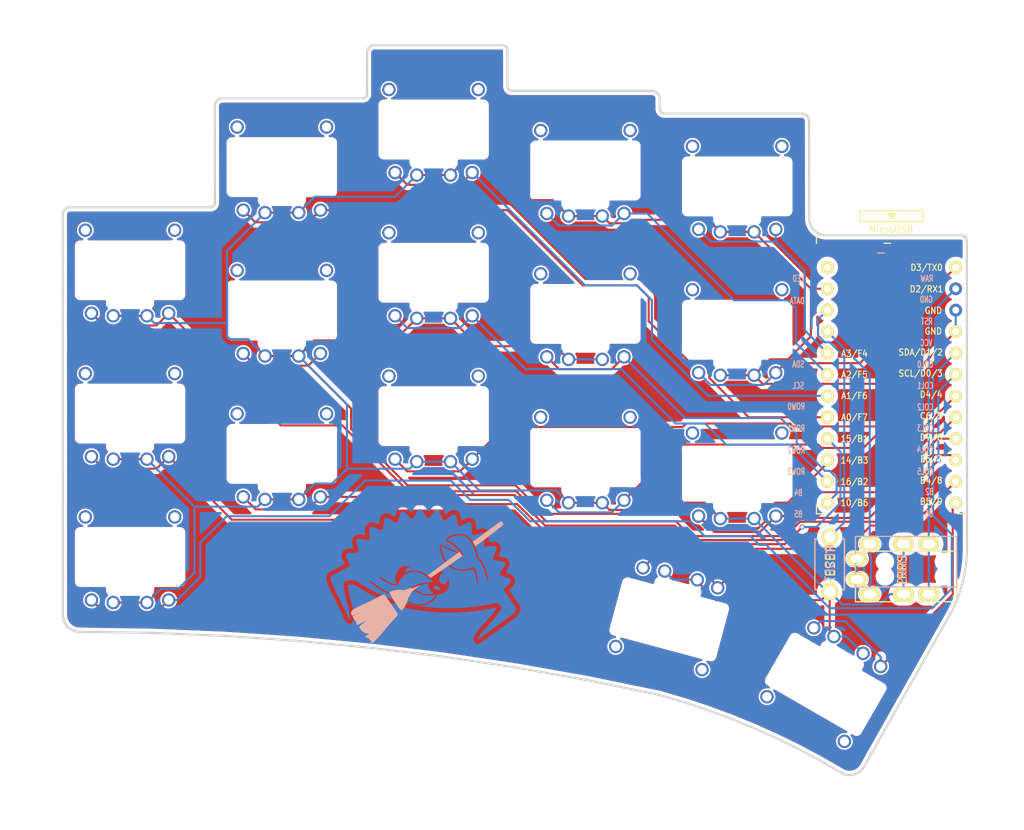
<source format=kicad_pcb>
(kicad_pcb (version 20211014) (generator pcbnew)
  (title_block (title "Ferris_Sweep_Compact") (date "2020-09-03") (rev "0.1") (company "BroomLabs"))
  (layers (0 "F.Cu" signal) (31 "B.Cu" signal) (34 "B.Paste" user) (35 "F.Paste" user) (36 "B.SilkS" user "B.Silkscreen") (37 "F.SilkS" user "F.Silkscreen") (38 "B.Mask" user) (39 "F.Mask" user) (44 "Edge.Cuts" user))
  (net 0 "")
  (net 1 "row0")
  (net 2 "row1")
  (net 3 "row2")
  (net 4 "row3")
  (net 5 "GND")
  (net 6 "VCC")
  (net 7 "col0")
  (net 8 "col1")
  (net 9 "col2")
  (net 10 "col3")
  (net 11 "col4")
  (net 12 "col5")
  (net 13 "LED")
  (net 14 "data")
  (net 15 "reset")
  (net 16 "SCL")
  (net 17 "SDA")
  (net 18 "Net-(U1-Pad24)")
  (net 19 "Net-(J1-PadA)")
  (net 20 "Net-(U1-Pad14)")
  (net 21 "Net-(U1-Pad13)")
  (net 22 "Net-(U1-Pad12)")
  (net 23 "Net-(U1-Pad11)")
  (footprint "Kailh:Kailh_PG1232" (layer "F.Cu") (at 44 42.37)
    (fp_text reference "SW2" hide)
    (fp_text value "SW_PUSH" hide)
  )
  (footprint "Kailh:Kailh_PG1232" (layer "F.Cu") (at 62 30.14)
    (fp_text reference "SW3" hide)
    (fp_text value "SW_PUSH" hide)
  )
  (footprint "Kailh:Kailh_PG1232" (layer "F.Cu") (at 80 25.68)
    (fp_text reference "SW4" hide)
    (fp_text value "SW_PUSH" hide)
  )
  (footprint "Kailh:Kailh_PG1232" (layer "F.Cu") (at 98 30.54)
    (fp_text reference "SW5" hide)
    (fp_text value "SW_PUSH" hide)
  )
  (footprint "Kailh:Kailh_PG1232" (layer "F.Cu") (at 116 32.42)
    (fp_text reference "SW6" hide)
    (fp_text value "SW_PUSH" hide)
  )
  (footprint "Kailh:Kailh_PG1232" (layer "F.Cu") (at 44 59.37)
    (fp_text reference "SW8" hide)
    (fp_text value "SW_PUSH" hide)
  )
  (footprint "Kailh:Kailh_PG1232" (layer "F.Cu") (at 62 47.14)
    (fp_text reference "SW9" hide)
    (fp_text value "SW_PUSH" hide)
  )
  (footprint "Kailh:Kailh_PG1232" (layer "F.Cu") (at 80 42.67)
    (fp_text reference "SW10" hide)
    (fp_text value "SW_PUSH" hide)
  )
  (footprint "Kailh:Kailh_PG1232" (layer "F.Cu") (at 98 47.54)
    (fp_text reference "SW11" hide)
    (fp_text value "SW_PUSH" hide)
  )
  (footprint "Kailh:Kailh_PG1232" (layer "F.Cu") (at 116 49.42)
    (fp_text reference "SW12" hide)
    (fp_text value "SW_PUSH" hide)
  )
  (footprint "Kailh:Kailh_PG1232" (layer "F.Cu") (at 44 76.375)
    (fp_text reference "SW14" hide)
    (fp_text value "SW_PUSH" hide)
  )
  (footprint "Kailh:Kailh_PG1232" (layer "F.Cu") (at 62 64.145)
    (fp_text reference "SW15" hide)
    (fp_text value "SW_PUSH" hide)
  )
  (footprint "Kailh:Kailh_PG1232" (layer "F.Cu") (at 80 59.67)
    (fp_text reference "SW16" hide)
    (fp_text value "SW_PUSH" hide)
  )
  (footprint "Kailh:Kailh_PG1232" (layer "F.Cu") (at 98 64.545)
    (fp_text reference "SW17" hide)
    (fp_text value "SW_PUSH" hide)
  )
  (footprint "Kailh:Kailh_PG1232" (layer "F.Cu") (at 116 66.42)
    (fp_text reference "SW18" hide)
    (fp_text value "SW_PUSH" hide)
  )
  (footprint "kbd:ProMicro_v3" (layer "F.Cu") (at 134.3 56.5)
    (fp_text reference "U1" hide)
    (fp_text value "ProMicro" hide)
  )
  (footprint "foostan:ResetSW" (layer "F.Cu") (at 126.97 77.24 90)
    (fp_text reference "RSW1" hide)
    (fp_text value "Val**")
  )
  (footprint "kbd:MJ-4PP-9" (layer "F.Cu") (at 142.02 78.68 -90)
    (fp_text reference "J1")
    (fp_text value "MJ-4PP-9" hide)
  )
  (footprint "Kailh:Kailh_PG1232" (layer "B.Cu") (at 107.94 83.77 -15)
    (fp_text reference "SW20" hide)
    (fp_text value "SW_PUSH" hide)
  )
  (footprint "Kailh:Kailh_PG1232" (layer "B.Cu") (at 126.5 91.48 -30)
    (fp_text reference "SW21" hide)
    (fp_text value "SW_PUSH" hide)
  )
  (footprint "Kailh:ferris_broom" (layer "B.Cu") (at 80.3 79.15 171)
    (fp_text reference "G***" hide)
    (fp_text value "LOGO" hide)
  )
  (gr_line (start 72.755959 15.717632) (end 72.714995 15.728999) (layer "Edge.Cuts") (width 0.264582))
  (gr_line (start 71.881974 21.886269) (end 71.902935 21.869939) (layer "Edge.Cuts") (width 0.264582))
  (gr_line (start 72.968021 15.691394) (end 72.92488 15.692463) (layer "Edge.Cuts") (width 0.264582))
  (gr_line (start 54.052282 22.775399) (end 54.049094 22.818246) (layer "Edge.Cuts") (width 0.264582))
  (gr_line (start 89.743147 89.481639) (end 81.193595 88.201913) (layer "Edge.Cuts") (width 0.264582))
  (gr_line (start 142.904086 38.345391) (end 142.873053 38.325778) (layer "Edge.Cuts") (width 0.264582))
  (gr_line (start 115.095966 95.480059) (end 112.342674 94.46781) (layer "Edge.Cuts") (width 0.264582))
  (gr_line (start 123.901017 23.829001) (end 123.860053 23.817633) (layer "Edge.Cuts") (width 0.264582))
  (gr_line (start 107.328529 23.791575) (end 107.355308 23.792238) (layer "Edge.Cuts") (width 0.264582))
  (gr_line (start 36.212048 84.071933) (end 36.254442 84.159529) (layer "Edge.Cuts") (width 0.264582))
  (gr_line (start 64.010351 86.329203) (end 55.385845 85.737219) (layer "Edge.Cuts") (width 0.264582))
  (gr_line (start 124.019727 23.874814) (end 123.980926 23.857621) (layer "Edge.Cuts") (width 0.264582))
  (gr_line (start 129.85042 102.158942) (end 129.944151 102.130916) (layer "Edge.Cuts") (width 0.264582))
  (gr_line (start 106.669958 21.523875) (end 106.647207 21.487877) (layer "Edge.Cuts") (width 0.264582))
  (gr_line (start 124.263168 24.046215) (end 124.263168 24.046215) (layer "Edge.Cuts") (width 0.264582))
  (gr_line (start 141.901889 81.855212) (end 142.082305 81.415763) (layer "Edge.Cuts") (width 0.264582))
  (gr_line (start 72.968021 15.691394) (end 88.198016 15.691394) (layer "Edge.Cuts") (width 0.264582))
  (gr_line (start 106.937594 23.594467) (end 106.955 23.614671) (layer "Edge.Cuts") (width 0.264582))
  (gr_line (start 106.767136 21.75849) (end 106.755769 21.717527) (layer "Edge.Cuts") (width 0.264582))
  (gr_line (start 37.236159 85.079461) (end 37.326322 85.116078) (layer "Edge.Cuts") (width 0.264582))
  (gr_line (start 124.599482 36.677706) (end 124.623848 36.771462) (layer "Edge.Cuts") (width 0.264582))
  (gr_line (start 88.696907 16.024743) (end 88.686236 16.000659) (layer "Edge.Cuts") (width 0.264582))
  (gr_line (start 142.250044 80.971826) (end 142.405038 80.523677) (layer "Edge.Cuts") (width 0.264582))
  (gr_line (start 143.043964 38.466) (end 143.018317 38.439051) (layer "Edge.Cuts") (width 0.264582))
  (gr_line (start 88.251388 15.694036) (end 88.224793 15.692058) (layer "Edge.Cuts") (width 0.264582))
  (gr_line (start 71.860299 21.901504) (end 71.881974 21.886269) (layer "Edge.Cuts") (width 0.264582))
  (gr_line (start 106.831593 23.383865) (end 106.838648 23.40929) (layer "Edge.Cuts") (width 0.264582))
  (gr_line (start 36.757612 34.910921) (end 36.715564 34.918257) (layer "Edge.Cuts") (width 0.264582))
  (gr_line (start 124.394569 24.214719) (end 124.371818 24.178721) (layer "Edge.Cuts") (width 0.264582))
  (gr_line (start 72.148965 16.26805) (end 72.135626 16.308365) (layer "Edge.Cuts") (width 0.264582))
  (gr_line (start 71.742782 21.96061) (end 71.767357 21.951126) (layer "Edge.Cuts") (width 0.264582))
  (gr_line (start 88.981109 21.010665) (end 89.003453 21.024786) (layer "Edge.Cuts") (width 0.264582))
  (gr_line (start 88.329641 15.707678) (end 88.303856 15.701864) (layer "Edge.Cuts") (width 0.264582))
  (gr_line (start 106.992868 23.652539) (end 107.013073 23.669945) (layer "Edge.Cuts") (width 0.264582))
  (gr_line (start 53.685819 34.87889) (end 53.710842 34.870611) (layer "Edge.Cuts") (width 0.264582))
  (gr_line (start 106.727151 21.637619) (end 106.709959 21.598817) (layer "Edge.Cuts") (width 0.264582))
  (gr_line (start 142.896257 78.694513) (end 142.986541 78.229467) (layer "Edge.Cuts") (width 0.264582))
  (gr_line (start 72.099087 16.518253) (end 72.098018 16.561394) (layer "Edge.Cuts") (width 0.264582))
  (gr_line (start 72.102275 16.475404) (end 72.099087 16.518253) (layer "Edge.Cuts") (width 0.264582))
  (gr_line (start 54.245048 22.31002) (end 54.218739 22.343793) (layer "Edge.Cuts") (width 0.264582))
  (gr_line (start 54.016992 34.592962) (end 54.027663 34.568878) (layer "Edge.Cuts") (width 0.264582))
  (gr_line (start 46.745543 85.375485) (end 38.094038 85.244499) (layer "Edge.Cuts") (width 0.264582))
  (gr_line (start 72.200514 16.151717) (end 72.181439 16.189655) (layer "Edge.Cuts") (width 0.264582))
  (gr_line (start 88.741367 20.588172) (end 88.743345 20.614767) (layer "Edge.Cuts") (width 0.264582))
  (gr_line (start 124.517989 24.661394) (end 124.51692 24.618254) (layer "Edge.Cuts") (width 0.264582))
  (gr_line (start 124.765178 37.13049) (end 124.811124 37.215465) (layer "Edge.Cuts") (width 0.264582))
  (gr_line (start 124.501118 24.490875) (end 124.491751 24.449334) (layer "Edge.Cuts") (width 0.264582))
  (gr_line (start 36.47641 35.003878) (end 36.439406 35.024806) (layer "Edge.Cuts") (width 0.264582))
  (gr_line (start 88.686236 16.000659) (end 88.674396 15.97711) (layer "Edge.Cuts") (width 0.264582))
  (gr_line (start 130.462632 101.871852) (end 130.540367 101.814478) (layer "Edge.Cuts") (width 0.264582))
  (gr_line (start 36.842944 34.902456) (end 36.800096 34.905643) (layer "Edge.Cuts") (width 0.264582))
  (gr_line (start 54.098969 22.568048) (end 54.085631 22.608363) (layer "Edge.Cuts") (width 0.264582))
  (gr_line (start 88.380089 15.723011) (end 88.355066 15.714733) (layer "Edge.Cuts") (width 0.264582))
  (gr_line (start 36.017154 35.728247) (end 36.016085 35.771387) (layer "Edge.Cuts") (width 0.264582))
  (gr_line (start 54.171444 22.414711) (end 54.150516 22.451715) (layer "Edge.Cuts") (width 0.264582))
  (gr_line (start 124.415497 24.251723) (end 124.394569 24.214719) (layer "Edge.Cuts") (width 0.264582))
  (gr_line (start 106.295118 21.18397) (end 106.256316 21.166777) (layer "Edge.Cuts") (width 0.264582))
  (gr_line (start 37.606192 85.199134) (end 37.70206 85.217679) (layer "Edge.Cuts") (width 0.264582))
  (gr_line (start 36.406736 84.408977) (end 36.46563 84.487145) (layer "Edge.Cuts") (width 0.264582))
  (gr_line (start 130.883081 101.472902) (end 130.94141 101.394362) (layer "Edge.Cuts") (width 0.264582))
  (gr_line (start 54.085631 22.608363) (end 54.074263 22.649326) (layer "Edge.Cuts") (width 0.264582))
  (gr_line (start 72.037088 21.706512) (end 72.048928 21.682964) (layer "Edge.Cuts") (width 0.264582))
  (gr_line (start 106.37006 21.223973) (end 106.333056 21.203045) (layer "Edge.Cuts") (width 0.264582))
  (gr_line (start 124.451764 24.328463) (end 124.434572 24.289661) (layer "Edge.Cuts") (width 0.264582))
  (gr_line (start 106.921265 23.573506) (end 106.937594 23.594467) (layer "Edge.Cuts") (width 0.264582))
  (gr_line (start 71.902935 21.869939) (end 71.92314 21.852532) (layer "Edge.Cuts") (width 0.264582))
  (gr_line (start 109.55495 93.549233) (end 106.735137 92.725327) (layer "Edge.Cuts") (width 0.264582))
  (gr_line (start 53.946479 34.704457) (end 53.962808 34.683495) (layer "Edge.Cuts") (width 0.264582))
  (gr_line (start 88.918267 20.961695) (end 88.938472 20.979101) (layer "Edge.Cuts") (width 0.264582))
  (gr_line (start 126.005898 38.147788) (end 126.099596 38.17173) (layer "Edge.Cuts") (width 0.264582))
  (gr_line (start 143.090821 38.523175) (end 143.06814 38.494062) (layer "Edge.Cuts") (width 0.264582))
  (gr_line (start 53.806016 34.825626) (end 53.82836 34.811505) (layer "Edge.Cuts") (width 0.264582))
  (gr_line (start 53.978043 34.66182) (end 53.992164 34.639477) (layer "Edge.Cuts") (width 0.264582))
  (gr_line (start 72.614466 87.150934) (end 64.010351 86.329203) (layer "Edge.Cuts") (width 0.264582))
  (gr_line (start 54.052482 34.493856) (end 54.058295 34.468071) (layer "Edge.Cuts") (width 0.264582))
  (gr_line (start 88.862994 20.903623) (end 88.8804 20.923827) (layer "Edge.Cuts") (width 0.264582))
  (gr_line (start 36.173962 83.98238) (end 36.212048 84.071933) (layer "Edge.Cuts") (width 0.264582))
  (gr_line (start 106.867082 23.482972) (end 106.878921 23.50652) (layer "Edge.Cuts") (width 0.264582))
  (gr_line (start 125.170524 37.673098) (end 125.243348 37.738883) (layer "Edge.Cuts") (width 0.264582))
  (gr_line (start 36.302162 35.126458) (end 36.270901 35.156208) (layer "Edge.Cuts") (width 0.264582))
  (gr_line (start 36.067029 35.47805) (end 36.053691 35.518364) (layer "Edge.Cuts") (width 0.264582))
  (gr_line (start 106.135444 21.12679) (end 106.093902 21.117423) (layer "Edge.Cuts") (width 0.264582))
  (gr_line (start 124.652671 36.863775) (end 124.685881 36.954488) (layer "Edge.Cuts") (width 0.264582))
  (gr_line (start 124.547996 36.291388) (end 124.517997 24.661387) (layer "Edge.Cuts") (width 0.264582))
  (gr_line (start 54.027663 34.568878) (end 54.037147 34.544303) (layer "Edge.Cuts") (width 0.264582))
  (gr_line (start 106.051853 21.110085) (end 106.009368 21.104808) (layer "Edge.Cuts") (width 0.264582))
  (gr_line (start 106.815971 23.279016) (end 106.817949 23.305611) (layer "Edge.Cuts") (width 0.264582))
  (gr_line (start 88.277757 15.697311) (end 88.251388 15.694036) (layer "Edge.Cuts") (width 0.264582))
  (gr_line (start 88.738014 16.231394) (end 88.73735 16.204617) (layer "Edge.Cuts") (width 0.264582))
  (gr_line (start 106.742431 21.677213) (end 106.727151 21.637619) (layer "Edge.Cuts") (width 0.264582))
  (gr_line (start 125.243348 37.738883) (end 125.318979 37.800764) (layer "Edge.Cuts") (width 0.264582))
  (gr_line (start 107.12457 23.74046) (end 107.148653 23.751131) (layer "Edge.Cuts") (width 0.264582))
  (gr_line (start 107.249463 23.781766) (end 107.275562 23.78632) (layer "Edge.Cuts") (width 0.264582))
  (gr_line (start 143.1809 38.682366) (end 143.166079 38.648917) (layer "Edge.Cuts") (width 0.264582))
  (gr_line (start 124.513732 24.575407) (end 124.508455 24.532923) (layer "Edge.Cuts") (width 0.264582))
  (gr_line (start 36.066138 83.607804) (end 36.08627 83.703582) (layer "Edge.Cuts") (width 0.264582))
  (gr_line (start 123.860053 23.817633) (end 123.818511 23.808266) (layer "Edge.Cuts") (width 0.264582))
  (gr_line (start 143.215617 76.346576) (end 143.239539 75.871564) (layer "Edge.Cuts") (width 0.264582))
  (gr_line (start 53.735417 34.861127) (end 53.759501 34.850456) (layer "Edge.Cuts") (width 0.264582))
  (gr_line (start 36.025619 35.642916) (end 36.020342 35.6854) (layer "Edge.Cuts") (width 0.264582))
  (gr_line (start 88.938472 20.979101) (end 88.959434 20.99543) (layer "Edge.Cuts") (width 0.264582))
  (gr_line (start 112.342674 94.46781) (end 109.55495 93.549233) (layer "Edge.Cuts") (width 0.264582))
  (gr_line (start 124.263168 24.046215) (end 124.231908 24.016466) (layer "Edge.Cuts") (width 0.264582))
  (gr_line (start 72.100707 21.452238) (end 72.098018 16.561394) (layer "Edge.Cuts") (width 0.264582))
  (gr_line (start 36.403408 35.047557) (end 36.368487 35.072103) (layer "Edge.Cuts") (width 0.264582))
  (gr_line (start 72.124258 16.349329) (end 72.11489 16.390871) (layer "Edge.Cuts") (width 0.264582))
  (gr_line (start 142.808448 38.291293) (end 142.774998 38.276472) (layer "Edge.Cuts") (width 0.264582))
  (gr_line (start 128.347747 101.962775) (end 128.433579 102.009721) (layer "Edge.Cuts") (width 0.264582))
  (gr_line (start 88.579849 15.84955) (end 88.560446 15.831085) (layer "Edge.Cuts") (width 0.264582))
  (gr_line (start 53.634609 34.89176) (end 53.660394 34.885946) (layer "Edge.Cuts") (width 0.264582))
  (gr_line (start 36.140255 83.891031) (end 36.173962 83.98238) (layer "Edge.Cuts") (width 0.264582))
  (gr_line (start 143.063686 77.761872) (end 143.127624 77.292008) (layer "Edge.Cuts") (width 0.264582))
  (gr_line (start 88.540242 15.813678) (end 88.51928 15.797348) (layer "Edge.Cuts") (width 0.264582))
  (gr_line (start 89.049968 21.049615) (end 89.074052 21.060287) (layer "Edge.Cuts") (width 0.264582))
  (gr_line (start 36.053691 35.518364) (end 36.042323 35.559327) (layer "Edge.Cuts") (width 0.264582))
  (gr_line (start 88.781809 20.768045) (end 88.79248 20.792129) (layer "Edge.Cuts") (width 0.264582))
  (gr_line (start 105.966519 21.10162) (end 105.923377 21.100551) (layer "Edge.Cuts") (width 0.264582))
  (gr_line (start 106.474748 21.297578) (end 106.440977 21.271269) (layer "Edge.Cuts") (width 0.264582))
  (gr_line (start 54.058295 34.468071) (end 54.062849 34.441972) (layer "Edge.Cuts") (width 0.264582))
  (gr_line (start 142.670799 38.242) (end 142.634988 38.233925) (layer "Edge.Cuts") (width 0.264582))
  (gr_line (start 106.793372 21.970551) (end 106.792303 21.92741) (layer "Edge.Cuts") (width 0.264582))
  (gr_line (start 72.059599 21.658881) (end 72.069084 21.634305) (layer "Edge.Cuts") (width 0.264582))
  (gr_line (start 106.093902 21.117423) (end 106.051853 21.110085) (layer "Edge.Cuts") (width 0.264582))
  (gr_line (start 106.838648 23.40929) (end 106.846927 23.434313) (layer "Edge.Cuts") (width 0.264582))
  (gr_line (start 123.980926 23.857621) (end 123.941332 23.84234) (layer "Edge.Cuts") (width 0.264582))
  (gr_line (start 36.139504 35.324712) (end 36.118576 35.361716) (layer "Edge.Cuts") (width 0.264582))
  (gr_line (start 106.256316 21.166777) (end 106.216723 21.151497) (layer "Edge.Cuts") (width 0.264582))
  (gr_line (start 88.452295 15.755004) (end 88.428747 15.743165) (layer "Edge.Cuts") (width 0.264582))
  (gr_line (start 143.239539 75.871564) (end 143.249992 75.39539) (layer "Edge.Cuts") (width 0.264582))
  (gr_line (start 106.792303 21.92741) (end 106.789116 21.884563) (layer "Edge.Cuts") (width 0.264582))
  (gr_line (start 37.06151 84.9932) (end 37.147834 85.038481) (layer "Edge.Cuts") (width 0.264582))
  (gr_line (start 36.665679 84.704468) (end 36.665679 84.704468) (layer "Edge.Cuts") (width 0.264582))
  (gr_line (start 54.068767 34.36223) (end 54.048024 22.861386) (layer "Edge.Cuts") (width 0.264582))
  (gr_line (start 106.538558 21.355371) (end 106.507299 21.325622) (layer "Edge.Cuts") (width 0.264582))
  (gr_line (start 88.959434 20.99543) (end 88.981109 21.010665) (layer "Edge.Cuts") (width 0.264582))
  (gr_line (start 106.793372 21.970551) (end 106.793372 21.970551) (layer "Edge.Cuts") (width 0.264582))
  (gr_line (start 106.906031 23.551831) (end 106.921265 23.573506) (layer "Edge.Cuts") (width 0.264582))
  (gr_line (start 142.547223 80.071594) (end 142.676532 79.615854) (layer "Edge.Cuts") (width 0.264582))
  (gr_line (start 106.793372 21.970551) (end 106.793372 21.970551) (layer "Edge.Cuts") (width 0.264582))
  (gr_line (start 124.480384 24.408371) (end 124.467045 24.368056) (layer "Edge.Cuts") (width 0.264582))
  (gr_line (start 89.02642 21.037776) (end 89.049968 21.049615) (layer "Edge.Cuts") (width 0.264582))
  (gr_line (start 124.547996 36.29138) (end 124.553829 36.389344) (layer "Edge.Cuts") (width 0.264582))
  (gr_line (start 71.791441 21.940455) (end 71.814989 21.928615) (layer "Edge.Cuts") (width 0.264582))
  (gr_line (start 106.622662 21.452957) (end 106.596353 21.419184) (layer "Edge.Cuts") (width 0.264582))
  (gr_line (start 88.721727 16.099767) (end 88.714671 16.074341) (layer "Edge.Cuts") (width 0.264582))
  (gr_line (start 71.614079 21.989588) (end 71.640449 21.986313) (layer "Edge.Cuts") (width 0.264582))
  (gr_line (start 125.913568 38.119381) (end 126.005898 38.147788) (layer "Edge.Cuts") (width 0.264582))
  (gr_line (start 142.52518 38.220301) (end 142.487991 38.21938) (layer "Edge.Cuts") (width 0.264582))
  (gr_line (start 55.385845 85.737219) (end 46.745543 85.375485) (layer "Edge.Cuts") (width 0.264582))
  (gr_line (start 88.727541 16.125552) (end 88.721727 16.099767) (layer "Edge.Cuts") (width 0.264582))
  (gr_line (start 143.11198 38.553279) (end 143.090821 38.523175) (layer "Edge.Cuts") (width 0.264582))
  (gr_line (start 36.715564 34.918257) (end 36.674022 34.927624) (layer "Edge.Cuts") (width 0.264582))
  (gr_line (start 36.020342 35.6854) (end 36.017154 35.728247) (layer "Edge.Cuts") (width 0.264582))
  (gr_line (start 143.149635 38.616211) (end 143.131594 38.584311) (layer "Edge.Cuts") (width 0.264582))
  (gr_line (start 106.568308 21.386632) (end 106.538558 21.355371) (layer "Edge.Cuts") (width 0.264582))
  (gr_line (start 54.918025 21.991386) (end 54.874884 21.992456) (layer "Edge.Cuts") (width 0.264582))
  (gr_line (start 88.497606 15.782114) (end 88.475263 15.767993) (layer "Edge.Cuts") (width 0.264582))
  (gr_line (start 54.064896 22.690867) (end 54.057559 22.732915) (layer "Edge.Cuts") (width 0.264582))
  (gr_line (start 71.92314 21.852532) (end 71.942542 21.834066) (layer "Edge.Cuts") (width 0.264582))
  (gr_line (start 72.048928 21.682964) (end 72.059599 21.658881) (layer "Edge.Cuts") (width 0.264582))
  (gr_line (start 143.018317 38.439051) (end 143.018317 38.439051) (layer "Edge.Cuts") (width 0.264582))
  (gr_line (start 124.320962 24.110028) (end 124.292918 24.077476) (layer "Edge.Cuts") (width 0.264582))
  (gr_line (start 88.475263 15.767993) (end 88.452295 15.755004) (layer "Edge.Cuts") (width 0.264582))
  (gr_line (start 54.334102 22.216456) (end 54.30284 22.246207) (layer "Edge.Cuts") (width 0.264582))
  (gr_line (start 36.30107 84.245009) (end 36.351859 84.328211) (layer "Edge.Cuts") (width 0.264582))
  (gr_line (start 129.754989 102.182365) (end 129.754989 102.182365) (layer "Edge.Cuts") (width 0.264582))
  (gr_line (start 54.874884 21.992456) (end 54.832036 21.995644) (layer "Edge.Cuts") (width 0.264582))
  (gr_line (start 72.268738 16.043796) (end 72.244193 16.078716) (layer "Edge.Cuts") (width 0.264582))
  (gr_line (start 142.706112 38.2518) (end 142.670799 38.242) (layer "Edge.Cuts") (width 0.264582))
  (gr_line (start 107.148653 23.751131) (end 107.173229 23.760616) (layer "Edge.Cuts") (width 0.264582))
  (gr_line (start 53.710842 34.870611) (end 53.735417 34.861127) (layer "Edge.Cuts") (width 0.264582))
  (gr_line (start 128.887738 102.176655) (end 128.982342 102.196261) (layer "Edge.Cuts") (width 0.264582))
  (gr_line (start 107.034036 23.686274) (end 107.05571 23.701509) (layer "Edge.Cuts") (width 0.264582))
  (gr_line (start 89.098627 21.069771) (end 89.12365 21.078051) (layer "Edge.Cuts") (width 0.264582))
  (gr_line (start 106.846927 23.434313) (end 106.856411 23.458889) (layer "Edge.Cuts") (width 0.264582))
  (gr_line (start 88.756989 20.693021) (end 88.764045 20.718447) (layer "Edge.Cuts") (width 0.264582))
  (gr_line (start 107.05571 23.701509) (end 107.078054 23.71563) (layer "Edge.Cuts") (width 0.264582))
  (gr_line (start 36.592744 34.95233) (end 36.55315 34.967611) (layer "Edge.Cuts") (width 0.264582))
  (gr_line (start 106.817949 23.305611) (end 106.821225 23.331981) (layer "Edge.Cuts") (width 0.264582))
  (gr_line (start 37.896677 85.240685) (end 37.995096 85.245022) (layer "Edge.Cuts") (width 0.264582))
  (gr_line (start 72.090234 21.558072) (end 72.094789 21.531973) (layer "Edge.Cuts") (width 0.264582))
  (gr_line (start 88.746621 20.641137) (end 88.751175 20.667236) (layer "Edge.Cuts") (width 0.264582))
  (gr_line (start 88.817309 20.838644) (end 88.83143 20.860987) (layer "Edge.Cuts") (width 0.264582))
  (gr_line (start 130.94141 101.394362) (end 130.995994 101.312653) (layer "Edge.Cuts") (width 0.264582))
  (gr_line (start 72.08442 21.583857) (end 72.090234 21.558072) (layer "Edge.Cuts") (width 0.264582))
  (gr_line (start 124.130666 23.937568) (end 124.094669 23.914816) (layer "Edge.Cuts") (width 0.264582))
  (gr_line (start 54.194195 22.378713) (end 54.171444 22.414711) (layer "Edge.Cuts") (width 0.264582))
  (gr_line (start 142.93419 38.36655) (end 142.904086 38.345391) (layer "Edge.Cuts") (width 0.264582))
  (gr_line (start 89.12365 21.078051) (end 89.149076 21.085107) (layer "Edge.Cuts") (width 0.264582))
  (gr_line (start 53.850035 34.79627) (end 53.870998 34.779939) (layer "Edge.Cuts") (width 0.264582))
  (gr_line (start 36.016093 35.77138) (end 36.016093 35.77138) (layer "Edge.Cuts") (width 0.264582))
  (gr_line (start 142.792898 79.156735) (end 142.896257 78.694513) (layer "Edge.Cuts") (width 0.264582))
  (gr_line (start 88.355066 15.714733) (end 88.329641 15.707678) (layer "Edge.Cuts") (width 0.264582))
  (gr_line (start 54.068103 34.389008) (end 54.068767 34.36223) (layer "Edge.Cuts") (width 0.264582))
  (gr_line (start 37.418159 85.148271) (end 37.511503 85.175977) (layer "Edge.Cuts") (width 0.264582))
  (gr_line (start 36.816196 84.832177) (end 36.895527 84.889986) (layer "Edge.Cuts") (width 0.264582))
  (gr_line (start 53.582141 34.899589) (end 53.60851 34.896314) (layer "Edge.Cuts") (width 0.264582))
  (gr_line (start 129.561647 102.214741) (end 129.658508 102.200999) (layer "Edge.Cuts") (width 0.264582))
  (gr_line (start 126.290453 38.205973) (end 126.387292 38.21615) (layer "Edge.Cuts") (width 0.264582))
  (gr_line (start 128.982342 102.196261) (end 129.077795 102.211197) (layer "Edge.Cuts") (width 0.264582))
  (gr_line (start 54.049094 22.818246) (end 54.048024 22.861386) (layer "Edge.Cuts") (width 0.264582))
  (gr_line (start 54.066125 34.415603) (end 54.068103 34.389008) (layer "Edge.Cuts") (width 0.264582))
  (gr_line (start 36.351859 84.328211) (end 36.406736 84.408977) (layer "Edge.Cuts") (width 0.264582))
  (gr_line (start 72.596286 15.77481) (end 72.558347 15.793885) (layer "Edge.Cuts") (width 0.264582))
  (gr_line (start 88.8804 20.923827) (end 88.898864 20.94323) (layer "Edge.Cuts") (width 0.264582))
  (gr_line (start 126.582992 38.222294) (end 142.487991 38.21938) (layer "Edge.Cuts") (width 0.264582))
  (gr_line (start 36.162255 35.288715) (end 36.139504 35.324712) (layer "Edge.Cuts") (width 0.264582))
  (gr_line (start 124.623848 36.771462) (end 124.652671 36.863775) (layer "Edge.Cuts") (width 0.264582))
  (gr_line (start 106.690885 21.560879) (end 106.669958 21.523875) (layer "Edge.Cuts") (width 0.264582))
  (gr_line (start 89.074052 21.060287) (end 89.098627 21.069771) (layer "Edge.Cuts") (width 0.264582))
  (gr_line (start 106.825779 23.35808) (end 106.831593 23.383865) (layer "Edge.Cuts") (width 0.264582))
  (gr_line (start 36.595174 84.635051) (end 36.665679 84.704468) (layer "Edge.Cuts") (width 0.264582))
  (gr_line (start 72.635087 15.757618) (end 72.596286 15.77481) (layer "Edge.Cuts") (width 0.264582))
  (gr_line (start 142.562117 38.22305) (end 142.52518 38.220301) (layer "Edge.Cuts") (width 0.264582))
  (gr_line (start 106.009368 21.104808) (end 105.966519 21.10162) (layer "Edge.Cuts") (width 0.264582))
  (gr_line (start 142.405038 80.523677) (end 142.547223 80.071594) (layer "Edge.Cuts") (width 0.264582))
  (gr_line (start 88.743345 20.614767) (end 88.746621 20.641137) (layer "Edge.Cuts") (width 0.264582))
  (gr_line (start 143.215371 38.786566) (end 143.205572 38.751252) (layer "Edge.Cuts") (width 0.264582))
  (gr_line (start 88.224793 15.692058) (end 88.198016 15.691394) (layer "Edge.Cuts") (width 0.264582))
  (gr_line (start 53.759501 34.850456) (end 53.783049 34.838616) (layer "Edge.Cuts") (width 0.264582))
  (gr_line (start 90.443389 21.100551) (end 90.443389 21.100551) (layer "Edge.Cuts") (width 0.264582))
  (gr_line (start 54.057559 22.732915) (end 54.052282 22.775399) (layer "Edge.Cuts") (width 0.264582))
  (gr_line (start 52.366081 34.901386) (end 53.528768 34.902231) (layer "Edge.Cuts") (width 0.264582))
  (gr_line (start 53.891203 34.762532) (end 53.910608 34.744066) (layer "Edge.Cuts") (width 0.264582))
  (gr_line (start 143.237991 38.96938) (end 143.237069 38.932189) (layer "Edge.Cuts") (width 0.264582))
  (gr_line (start 124.467045 24.368056) (end 124.451764 24.328463) (layer "Edge.Cuts") (width 0.264582))
  (gr_line (start 36.111 83.798045) (end 36.140255 83.891031) (layer "Edge.Cuts") (width 0.264582))
  (gr_line (start 36.241152 35.187469) (end 36.213109 35.220022) (layer "Edge.Cuts") (width 0.264582))
  (gr_line (start 120.48989 97.78157) (end 117.812486 96.584978) (layer "Edge.Cuts") (width 0.264582))
  (gr_line (start 125.101009 37.603825) (end 125.170524 37.673098) (layer "Edge.Cuts") (width 0.264582))
  (gr_line (start 143.194073 38.716499) (end 143.1809 38.682366) (layer "Edge.Cuts") (width 0.264582))
  (gr_line (start 36.08627 83.703582) (end 36.111 83.798045) (layer "Edge.Cuts") (width 0.264582))
  (gr_line (start 130.540367 101.814478) (end 130.615232 101.75332) (layer "Edge.Cuts") (width 0.264582))
  (gr_line (start 124.915259 37.378582) (end 124.973306 37.45641) (layer "Edge.Cuts") (width 0.264582))
  (gr_line (start 125.397258 37.858678) (end 125.478025 37.912564) (layer "Edge.Cuts") (width 0.264582))
  (gr_line (start 72.077364 21.609283) (end 72.08442 21.583857) (layer "Edge.Cuts") (width 0.264582))
  (gr_line (start 143.127624 77.292008) (end 143.178289 76.82015) (layer "Edge.Cuts") (width 0.264582))
  (gr_line (start 125.478025 37.912564) (end 125.561119 37.962358) (layer "Edge.Cuts") (width 0.264582))
  (gr_line (start 130.821152 101.54817) (end 130.883081 101.472902) (layer "Edge.Cuts") (width 0.264582))
  (gr_line (start 72.485345 15.837564) (end 72.450425 15.862109) (layer "Edge.Cuts") (width 0.264582))
  (gr_line (start 71.978413 21.794459) (end 71.994742 21.773498) (layer "Edge.Cuts") (width 0.264582))
  (gr_line (start 36.032956 35.600868) (end 36.025619 35.642916) (layer "Edge.Cuts") (width 0.264582))
  (gr_line (start 143.234321 38.895251) (end 143.229771 38.858627) (layer "Edge.Cuts") (width 0.264582))
  (gr_line (start 71.692333 21.975945) (end 71.717759 21.968889) (layer "Edge.Cuts") (width 0.264582))
  (gr_line (start 143.205572 38.751252) (end 143.194073 38.716499) (layer "Edge.Cuts") (width 0.264582))
  (gr_line (start 124.491751 24.449334) (end 124.480384 24.408371) (layer "Edge.Cuts") (width 0.264582))
  (gr_line (start 89.200959 21.095476) (end 89.227328 21.098752) (layer "Edge.Cuts") (width 0.264582))
  (gr_line (start 53.660394 34.885946) (end 53.685819 34.87889) (layer "Edge.Cuts") (width 0.264582))
  (gr_line (start 54.471345 22.114805) (end 54.435347 22.137556) (layer "Edge.Cuts") (width 0.264582))
  (gr_line (start 54.048024 22.861386) (end 54.048024 22.861386) (layer "Edge.Cuts") (width 0.264582))
  (gr_line (start 106.176408 21.138158) (end 106.135444 21.12679) (layer "Edge.Cuts") (width 0.264582))
  (gr_line (start 72.024098 21.72948) (end 72.037088 21.706512) (layer "Edge.Cuts") (width 0.264582))
  (gr_line (start 106.815307 23.252238) (end 106.815307 23.252238) (layer "Edge.Cuts") (width 0.264582))
  (gr_line (start 54.435347 22.137556) (end 54.400426 22.162102) (layer "Edge.Cuts") (width 0.264582))
  (gr_line (start 106.973464 23.634074) (end 106.973464 23.634074) (layer "Edge.Cuts") (width 0.264582))
  (gr_line (start 142.986541 78.229467) (end 143.063686 77.761872) (layer "Edge.Cuts") (width 0.264582))
  (gr_line (start 54.114249 22.528455) (end 54.098969 22.568048) (layer "Edge.Cuts") (width 0.264582))
  (gr_line (start 53.910608 34.744066) (end 53.910608 34.744066) (layer "Edge.Cuts") (width 0.264582))
  (gr_line (start 37.147834 85.038481) (end 37.236159 85.079461) (layer "Edge.Cuts") (width 0.264582))
  (gr_line (start 36.1868 35.253794) (end 36.162255 35.288715) (layer "Edge.Cuts") (width 0.264582))
  (gr_line (start 88.735371 16.178021) (end 88.732095 16.151651) (layer "Edge.Cuts") (width 0.264582))
  (gr_line (start 54.400426 22.162102) (end 54.366654 22.188412) (layer "Edge.Cuts") (width 0.264582))
  (gr_line (start 36.08231 35.438456) (end 36.067029 35.47805) (layer "Edge.Cuts") (width 0.264582))
  (gr_line (start 124.723407 37.043445) (end 124.765178 37.13049) (layer "Edge.Cuts") (width 0.264582))
  (gr_line (start 54.508349 22.093877) (end 54.471345 22.114805) (layer "Edge.Cuts") (width 0.264582))
  (gr_line (start 88.732095 16.151651) (end 88.727541 16.125552) (layer "Edge.Cuts") (width 0.264582))
  (gr_line (start 88.303856 15.701864) (end 88.277757 15.697311) (layer "Edge.Cuts") (width 0.264582))
  (gr_line (start 107.013073 23.669945) (end 107.034036 23.686274) (layer "Edge.Cuts") (width 0.264582))
  (gr_line (start 53.962808 34.683495) (end 53.978043 34.66182) (layer "Edge.Cuts") (width 0.264582))
  (gr_line (start 72.11489 16.390871) (end 72.107553 16.43292) (layer "Edge.Cuts") (width 0.264582))
  (gr_line (start 123.941332 23.84234) (end 123.901017 23.829001) (layer "Edge.Cuts") (width 0.264582))
  (gr_line (start 36.334715 35.098413) (end 36.302162 35.126458) (layer "Edge.Cuts") (width 0.264582))
  (gr_line (start 54.30284 22.246207) (end 54.30284 22.246207) (layer "Edge.Cuts") (width 0.264582))
  (gr_line (start 89.003453 21.024786) (end 89.02642 21.037776) (layer "Edge.Cuts") (width 0.264582))
  (gr_line (start 36.016085 35.771387) (end 36.03405 83.314186) (layer "Edge.Cuts") (width 0.264582))
  (gr_line (start 54.037147 34.544303) (end 54.045426 34.519281) (layer "Edge.Cuts") (width 0.264582))
  (gr_line (start 143.223446 38.822378) (end 143.215371 38.786566) (layer "Edge.Cuts") (width 0.264582))
  (gr_line (start 143.178289 76.82015) (end 143.215617 76.346576) (layer "Edge.Cuts") (width 0.264582))
  (gr_line (start 88.714671 16.074341) (end 88.706391 16.049318) (layer "Edge.Cuts") (width 0.264582))
  (gr_line (start 124.861175 37.298214) (end 124.915259 37.378582) (layer "Edge.Cuts") (width 0.264582))
  (gr_line (start 117.812486 96.584978) (end 115.095966 95.480059) (layer "Edge.Cuts") (width 0.264582))
  (gr_line (start 124.508455 24.532923) (end 124.501118 24.490875) (layer "Edge.Cuts") (width 0.264582))
  (gr_line (start 72.295047 16.010025) (end 72.268738 16.043796) (layer "Edge.Cuts") (width 0.264582))
  (gr_line (start 107.173229 23.760616) (end 107.198251 23.768895) (layer "Edge.Cuts") (width 0.264582))
  (gr_line (start 72.244193 16.078716) (end 72.221442 16.114714) (layer "Edge.Cuts") (width 0.264582))
  (gr_line (start 88.404664 15.732495) (end 88.380089 15.723011) (layer "Edge.Cuts") (width 0.264582))
  (gr_line (start 72.558347 15.793885) (end 72.521343 15.814813) (layer "Edge.Cuts") (width 0.264582))
  (gr_line (start 106.596353 21.419184) (end 106.568308 21.386632) (layer "Edge.Cuts") (width 0.264582))
  (gr_line (start 129.944151 102.130916) (end 130.036034 102.098391) (layer "Edge.Cuts") (width 0.264582))
  (gr_line (start 129.36749 102.227679) (end 129.464583 102.223624) (layer "Edge.Cuts") (width 0.264582))
  (gr_line (start 36.674022 34.927624) (end 36.633058 34.938992) (layer "Edge.Cuts") (width 0.264582))
  (gr_line (start 71.587484 21.991567) (end 71.614079 21.989588) (layer "Edge.Cuts") (width 0.264582))
  (gr_line (start 124.434572 24.289661) (end 124.415497 24.251723) (layer "Edge.Cuts") (width 0.264582))
  (gr_line (start 88.598313 15.868955) (end 88.579849 15.84955) (layer "Edge.Cuts") (width 0.264582))
  (gr_line (start 72.35284 15.946214) (end 72.323091 15.977474) (layer "Edge.Cuts") (width 0.264582))
  (gr_line (start 88.73735 16.204617) (end 88.735371 16.178021) (layer "Edge.Cuts") (width 0.264582))
  (gr_line (start 72.181439 16.189655) (end 72.164246 16.228457) (layer "Edge.Cuts") (width 0.264582))
  (gr_line (start 36.977353 84.943681) (end 37.06151 84.9932) (layer "Edge.Cuts") (width 0.264582))
  (gr_line (start 142.841153 38.307737) (end 142.808448 38.291293) (layer "Edge.Cuts") (width 0.264582))
  (gr_line (start 88.79248 20.792129) (end 88.80432 20.815676) (layer "Edge.Cuts") (width 0.264582))
  (gr_line (start 72.009977 21.751823) (end 72.024098 21.72948) (layer "Edge.Cuts") (width 0.264582))
  (gr_line (start 36.039959 83.412938) (end 36.050677 83.510869) (layer "Edge.Cuts") (width 0.264582))
  (gr_line (start 36.270901 35.156208) (end 36.270901 35.156208) (layer "Edge.Cuts") (width 0.264582))
  (gr_line (start 72.839549 15.700928) (end 72.797501 15.708265) (layer "Edge.Cuts") (width 0.264582))
  (gr_line (start 106.789116 21.884563) (end 106.783839 21.84208) (layer "Edge.Cuts") (width 0.264582))
  (gr_line (start 143.237069 38.932189) (end 143.234321 38.895251) (layer "Edge.Cuts") (width 0.264582))
  (gr_line (start 130.036034 102.098391) (end 130.125924 102.061469) (layer "Edge.Cuts") (width 0.264582))
  (gr_line (start 106.815307 23.252238) (end 106.815971 23.279016) (layer "Edge.Cuts") (width 0.264582))
  (gr_line (start 129.754989 102.182365) (end 129.85042 102.158942) (layer "Edge.Cuts") (width 0.264582))
  (gr_line (start 106.856411 23.458889) (end 106.867082 23.482972) (layer "Edge.Cuts") (width 0.264582))
  (gr_line (start 124.685881 36.954488) (end 124.723407 37.043445) (layer "Edge.Cuts") (width 0.264582))
  (gr_line (start 89.2807 21.101394) (end 90.443389 21.100551) (layer "Edge.Cuts") (width 0.264582))
  (gr_line (start 72.100044 21.479007) (end 72.100707 21.45223) (layer "Edge.Cuts") (width 0.264582))
  (gr_line (start 72.416653 15.888419) (end 72.384101 15.916464) (layer "Edge.Cuts") (width 0.264582))
  (gr_line (start 124.057666 23.893889) (end 124.019727 23.874814) (layer "Edge.Cuts") (width 0.264582))
  (gr_line (start 36.118576 35.361716) (end 36.099502 35.399655) (layer "Edge.Cuts") (width 0.264582))
  (gr_line (start 71.767357 21.951126) (end 71.791441 21.940455) (layer "Edge.Cuts") (width 0.264582))
  (gr_line (start 71.666548 21.981759) (end 71.692333 21.975945) (layer "Edge.Cuts") (width 0.264582))
  (gr_line (start 54.150516 22.451715) (end 54.131442 22.489653) (layer "Edge.Cuts") (width 0.264582))
  (gr_line (start 124.199357 23.988422) (end 124.165586 23.962113) (layer "Edge.Cuts") (width 0.264582))
  (gr_line (start 72.797501 15.708265) (end 72.755959 15.717632) (layer "Edge.Cuts") (width 0.264582))
  (gr_line (start 124.371818 24.178721) (end 124.347272 24.143801) (layer "Edge.Cuts") (width 0.264582))
  (gr_line (start 107.223678 23.775951) (end 107.249463 23.781766) (layer "Edge.Cuts") (width 0.264582))
  (gr_line (start 106.89191 23.529488) (end 106.906031 23.551831) (layer "Edge.Cuts") (width 0.264582))
  (gr_line (start 141.503288 82.719536) (end 141.708861 82.289896) (layer "Edge.Cuts") (width 0.264582))
  (gr_line (start 88.560446 15.831085) (end 88.540242 15.813678) (layer "Edge.Cuts") (width 0.264582))
  (gr_line (start 88.740703 20.561394) (end 88.741367 20.588172) (layer "Edge.Cuts") (width 0.264582))
  (gr_line (start 129.658508 102.200999) (end 129.754989 102.182365) (layer "Edge.Cuts") (width 0.264582))
  (gr_line (start 54.218739 22.343793) (end 54.194195 22.378713) (layer "Edge.Cuts") (width 0.264582))
  (gr_line (start 124.973306 37.45641) (end 125.035247 37.531543) (layer "Edge.Cuts") (width 0.264582))
  (gr_line (start 54.005153 34.616509) (end 54.016992 34.592962) (layer "Edge.Cuts") (width 0.264582))
  (gr_line (start 130.615232 101.75332) (end 130.687082 101.688481) (layer "Edge.Cuts") (width 0.264582))
  (gr_line (start 106.406057 21.246724) (end 106.37006 21.223973) (layer "Edge.Cuts") (width 0.264582))
  (gr_line (start 123.818511 23.808266) (end 123.776462 23.800929) (layer "Edge.Cuts") (width 0.264582))
  (gr_line (start 124.811124 37.215465) (end 124.861175 37.298214) (layer "Edge.Cuts") (width 0.264582))
  (gr_line (start 142.082305 81.415763) (end 142.250044 80.971826) (layer "Edge.Cuts") (width 0.264582))
  (gr_line (start 129.270544 102.226939) (end 129.36749 102.227679) (layer "Edge.Cuts") (width 0.264582))
  (gr_line (start 54.624683 22.04233) (end 54.585089 22.05761) (layer "Edge.Cuts") (width 0.264582))
  (gr_line (start 107.275562 23.78632) (end 107.301933 23.789596) (layer "Edge.Cuts") (width 0.264582))
  (gr_line (start 124.51692 24.618254) (end 124.513732 24.575407) (layer "Edge.Cuts") (width 0.264582))
  (gr_line (start 128.433579 102.009721) (end 128.521311 102.052189) (layer "Edge.Cuts") (width 0.264582))
  (gr_line (start 126.484859 38.221613) (end 126.582992 38.222302) (layer "Edge.Cuts") (width 0.264582))
  (gr_line (start 36.55315 34.967611) (end 36.514348 34.984803) (layer "Edge.Cuts") (width 0.264582))
  (gr_line (start 89.253923 21.100731) (end 89.2807 21.101394) (layer "Edge.Cuts") (width 0.264582))
  (gr_line (start 88.83143 20.860987) (end 88.846665 20.882662) (layer "Edge.Cuts") (width 0.264582))
  (gr_line (start 36.528467 84.562557) (end 36.595174 84.635051) (layer "Edge.Cuts") (width 0.264582))
  (gr_line (start 106.973464 23.634074) (end 106.992868 23.652539) (layer "Edge.Cuts") (width 0.264582))
  (gr_line (start 54.832036 21.995644) (end 54.789552 22.000921) (layer "Edge.Cuts") (width 0.264582))
  (gr_line (start 129.173921 102.221434) (end 129.270544 102.226939) (layer "Edge.Cuts") (width 0.264582))
  (gr_line (start 36.254442 84.159529) (end 36.30107 84.245009) (layer "Edge.Cuts") (width 0.264582))
  (gr_line (start 36.46563 84.487145) (end 36.528467 84.562557) (layer "Edge.Cuts") (width 0.264582))
  (gr_line (start 72.069084 21.634305) (end 72.077364 21.609283) (layer "Edge.Cuts") (width 0.264582))
  (gr_line (start 53.82836 34.811505) (end 53.850035 34.79627) (layer "Edge.Cuts") (width 0.264582))
  (gr_line (start 106.955 23.614671) (end 106.973464 23.634074) (layer "Edge.Cuts") (width 0.264582))
  (gr_line (start 128.701775 102.123568) (end 128.794157 102.152414) (layer "Edge.Cuts") (width 0.264582))
  (gr_line (start 106.783839 21.84208) (end 106.776502 21.800032) (layer "Edge.Cuts") (width 0.264582))
  (gr_line (start 124.165586 23.962113) (end 124.130666 23.937568) (layer "Edge.Cuts") (width 0.264582))
  (gr_line (start 88.63205 15.910123) (end 88.61572 15.88916) (layer "Edge.Cuts") (width 0.264582))
  (gr_line (start 106.821225 23.331981) (end 106.825779 23.35808) (layer "Edge.Cuts") (width 0.264582))
  (gr_line (start 53.870998 34.779939) (end 53.891203 34.762532) (layer "Edge.Cuts") (width 0.264582))
  (gr_line (start 71.942542 21.834066) (end 71.961007 21.814664) (layer "Edge.Cuts") (width 0.264582))
  (gr_line (start 36.099502 35.399655) (end 36.08231 35.438456) (layer "Edge.Cuts") (width 0.264582))
  (gr_line (start 106.755769 21.717527) (end 106.742431 21.677213) (layer "Edge.Cuts") (width 0.264582))
  (gr_line (start 72.674681 15.742338) (end 72.635087 15.757618) (layer "Edge.Cuts") (width 0.264582))
  (gr_line (start 106.538558 21.355371) (end 106.538558 21.355371) (layer "Edge.Cuts") (width 0.264582))
  (gr_line (start 125.733649 38.049425) (end 125.822765 38.086573) (layer "Edge.Cuts") (width 0.264582))
  (gr_line (start 106.647207 21.487877) (end 106.622662 21.452957) (layer "Edge.Cuts") (width 0.264582))
  (gr_line (start 36.270901 35.156208) (end 36.241152 35.187469) (layer "Edge.Cuts") (width 0.264582))
  (gr_line (start 71.560706 21.99223) (end 71.587484 21.991567) (layer "Edge.Cuts") (width 0.264582))
  (gr_line (start 130.382175 101.925341) (end 130.462632 101.871852) (layer "Edge.Cuts") (width 0.264582))
  (gr_line (start 106.776502 21.800032) (end 106.767136 21.75849) (layer "Edge.Cuts") (width 0.264582))
  (gr_line (start 90.443389 21.100551) (end 105.923377 21.100551) (layer "Edge.Cuts") (width 0.264582))
  (gr_line (start 124.292918 24.077476) (end 124.263168 24.046215) (layer "Edge.Cuts") (width 0.264582))
  (gr_line (start 37.511503 85.175977) (end 37.606192 85.199134) (layer "Edge.Cuts") (width 0.264582))
  (gr_line (start 53.60851 34.896314) (end 53.634609 34.89176) (layer "Edge.Cuts") (width 0.264582))
  (gr_line (start 36.439406 35.024806) (end 36.403408 35.047557) (layer "Edge.Cuts") (width 0.264582))
  (gr_line (start 88.751175 20.667236) (end 88.756989 20.693021) (layer "Edge.Cuts") (width 0.264582))
  (gr_line (start 72.450425 15.862109) (end 72.416653 15.888419) (layer "Edge.Cuts") (width 0.264582))
  (gr_line (start 142.676532 79.615854) (end 142.792898 79.156735) (layer "Edge.Cuts") (width 0.264582))
  (gr_line (start 53.992164 34.639477) (end 54.005153 34.616509) (layer "Edge.Cuts") (width 0.264582))
  (gr_line (start 54.664998 22.028991) (end 54.624683 22.04233) (layer "Edge.Cuts") (width 0.264582))
  (gr_line (start 54.048024 22.861386) (end 54.048024 22.861386) (layer "Edge.Cuts") (width 0.264582))
  (gr_line (start 124.564402 36.48649) (end 124.579643 36.582663) (layer "Edge.Cuts") (width 0.264582))
  (gr_line (start 126.099596 38.17173) (end 126.194501 38.191146) (layer "Edge.Cuts") (width 0.264582))
  (gr_line (start 71.961007 21.814664) (end 71.978413 21.794459) (layer "Edge.Cuts") (width 0.264582))
  (gr_line (start 37.798943 85.23155) (end 37.896677 85.240685) (layer "Edge.Cuts") (width 0.264582))
  (gr_line (start 54.705961 22.017624) (end 54.664998 22.028991) (layer "Edge.Cuts") (width 0.264582))
  (gr_line (start 81.193595 88.201913) (end 72.614466 87.150934) (layer "Edge.Cuts") (width 0.264582))
  (gr_line (start 107.301933 23.789596) (end 107.328529 23.791575) (layer "Edge.Cuts") (width 0.264582))
  (gr_line (start 142.963305 38.38923) (end 142.93419 38.36655) (layer "Edge.Cuts") (width 0.264582))
  (gr_line (start 72.521343 15.814813) (end 72.485345 15.837564) (layer "Edge.Cuts") (width 0.264582))
  (gr_line (start 128.263992 101.911385) (end 128.347747 101.962775) (layer "Edge.Cuts") (width 0.264582))
  (gr_line (start 142.873053 38.325778) (end 142.841153 38.307737) (layer "Edge.Cuts") (width 0.264582))
  (gr_line (start 72.094789 21.531973) (end 72.098065 21.505603) (layer "Edge.Cuts") (width 0.264582))
  (gr_line (start 107.198251 23.768895) (end 107.223678 23.775951) (layer "Edge.Cuts") (width 0.264582))
  (gr_line (start 70.398021 21.991386) (end 71.560706 21.99223) (layer "Edge.Cuts") (width 0.264582))
  (gr_line (start 36.886085 34.901386) (end 52.366081 34.901386) (layer "Edge.Cuts") (width 0.264582))
  (gr_line (start 36.886085 34.901386) (end 36.842944 34.902456) (layer "Edge.Cuts") (width 0.264582))
  (gr_line (start 36.042323 35.559327) (end 36.032956 35.600868) (layer "Edge.Cuts") (width 0.264582))
  (gr_line (start 125.035247 37.531543) (end 125.101009 37.603825) (layer "Edge.Cuts") (width 0.264582))
  (gr_line (start 128.521311 102.052189) (end 128.610768 102.090149) (layer "Edge.Cuts") (width 0.264582))
  (gr_line (start 36.800096 34.905643) (end 36.757612 34.910921) (layer "Edge.Cuts") (width 0.264582))
  (gr_line (start 72.135626 16.308365) (end 72.124258 16.349329) (layer "Edge.Cuts") (width 0.264582))
  (gr_line (start 88.764045 20.718447) (end 88.772325 20.743469) (layer "Edge.Cuts") (width 0.264582))
  (gr_line (start 88.772325 20.743469) (end 88.781809 20.768045) (layer "Edge.Cuts") (width 0.264582))
  (gr_line (start 53.528768 34.902231) (end 53.528768 34.902231) (layer "Edge.Cuts") (width 0.264582))
  (gr_line (start 54.366654 22.188412) (end 54.334102 22.216456) (layer "Edge.Cuts") (width 0.264582))
  (gr_line (start 53.555545 34.901568) (end 53.582141 34.899589) (layer "Edge.Cuts") (width 0.264582))
  (gr_line (start 37.326322 85.116078) (end 37.418159 85.148271) (layer "Edge.Cuts") (width 0.264582))
  (gr_line (start 72.35284 15.946214) (end 72.35284 15.946214) (layer "Edge.Cuts") (width 0.264582))
  (gr_line (start 124.579643 36.582663) (end 124.599482 36.677706) (layer "Edge.Cuts") (width 0.264582))
  (gr_line (start 72.107553 16.43292) (end 72.102275 16.475404) (layer "Edge.Cuts") (width 0.264582))
  (gr_line (start 125.64638 38.007999) (end 125.733649 38.049425) (layer "Edge.Cuts") (width 0.264582))
  (gr_line (start 143.018317 38.439051) (end 142.991368 38.413406) (layer "Edge.Cuts") (width 0.264582))
  (gr_line (start 143.237991 38.969387) (end 143.249992 75.39539) (layer "Edge.Cuts") (width 0.264582))
  (gr_line (start 36.050677 83.510869) (end 36.066138 83.607804) (layer "Edge.Cuts") (width 0.264582))
  (gr_line (start 36.034058 83.314171) (end 36.039959 83.412938) (layer "Edge.Cuts") (width 0.264582))
  (gr_line (start 88.80432 20.815676) (end 88.817309 20.838644) (layer "Edge.Cuts") (width 0.264582))
  (gr_line (start 128.263992 101.911385) (end 125.717985 100.445773) (layer "Edge.Cuts") (width 0.264582))
  (gr_line (start 71.994742 21.773498) (end 72.009977 21.751823) (layer "Edge.Cuts") (width 0.264582))
  (gr_line (start 89.227328 21.098752) (end 89.253923 21.100731) (layer "Edge.Cuts") (width 0.264582))
  (gr_line (start 130.687082 101.688481) (end 130.75577 101.620064) (layer "Edge.Cuts") (width 0.264582))
  (gr_line (start 107.078054 23.71563) (end 107.101022 23.72862) (layer "Edge.Cuts") (width 0.264582))
  (gr_line (start 88.579849 15.84955) (end 88.579849 15.84955) (layer "Edge.Cuts") (width 0.264582))
  (gr_line (start 106.216723 21.151497) (end 106.176408 21.138158) (layer "Edge.Cuts") (width 0.264582))
  (gr_line (start 107.101022 23.72862) (end 107.12457 23.74046) (layer "Edge.Cuts") (width 0.264582))
  (gr_line (start 129.077795 102.211197) (end 129.173921 102.221434) (layer "Edge.Cuts") (width 0.264582))
  (gr_line (start 88.846665 20.882662) (end 88.862994 20.903623) (layer "Edge.Cuts") (width 0.264582))
  (gr_line (start 106.333056 21.203045) (end 106.295118 21.18397) (layer "Edge.Cuts") (width 0.264582))
  (gr_line (start 143.131594 38.584311) (end 143.11198 38.553279) (layer "Edge.Cuts") (width 0.264582))
  (gr_line (start 130.29914 101.974841) (end 130.382175 101.925341) (layer "Edge.Cuts") (width 0.264582))
  (gr_line (start 53.910608 34.744066) (end 53.929072 34.724662) (layer "Edge.Cuts") (width 0.264582))
  (gr_line (start 37.995096 85.245022) (end 38.094038 85.244499) (layer "Edge.Cuts") (width 0.264582))
  (gr_line (start 72.384101 15.916464) (end 72.35284 15.946214) (layer "Edge.Cuts") (width 0.264582))
  (gr_line (start 143.166079 38.648917) (end 143.149635 38.616211) (layer "Edge.Cuts") (width 0.264582))
  (gr_line (start 130.213675 102.020251) (end 130.29914 101.974841) (layer "Edge.Cuts") (width 0.264582))
  (gr_line (start 125.822765 38.086573) (end 125.913568 38.119381) (layer "Edge.Cuts") (width 0.264582))
  (gr_line (start 54.789552 22.000921) (end 54.747503 22.008257) (layer "Edge.Cuts") (width 0.264582))
  (gr_line (start 71.837956 21.915626) (end 71.860299 21.901504) (layer "Edge.Cuts") (width 0.264582))
  (gr_line (start 53.783049 34.838616) (end 53.806016 34.825626) (layer "Edge.Cuts") (width 0.264582))
  (gr_line (start 36.895527 84.889986) (end 36.977353 84.943681) (layer "Edge.Cuts") (width 0.264582))
  (gr_line (start 125.561119 37.962358) (end 125.64638 38.007999) (layer "Edge.Cuts") (width 0.264582))
  (gr_line (start 124.094669 23.914816) (end 124.057666 23.893889) (layer "Edge.Cuts") (width 0.264582))
  (gr_line (start 88.898864 20.94323) (end 88.918267 20.961695) (layer "Edge.Cuts") (width 0.264582))
  (gr_line (start 123.733977 23.795652) (end 123.691128 23.792464) (layer "Edge.Cuts") (width 0.264582))
  (gr_line (start 36.514348 34.984803) (end 36.47641 35.003878) (layer "Edge.Cuts") (width 0.264582))
  (gr_line (start 72.714995 15.728999) (end 72.674681 15.742338) (layer "Edge.Cuts") (width 0.264582))
  (gr_line (start 89.2807 21.101394) (end 89.2807 21.101394) (layer "Edge.Cuts") (width 0.264582))
  (gr_line (start 130.75577 101.620064) (end 130.821152 101.54817) (layer "Edge.Cuts") (width 0.264582))
  (gr_line (start 88.661406 15.954142) (end 88.647285 15.931798) (layer "Edge.Cuts") (width 0.264582))
  (gr_line (start 54.918025 21.991386) (end 70.398021 21.991386) (layer "Edge.Cuts") (width 0.264582))
  (gr_line (start 142.634988 38.233925) (end 142.59874 38.227599) (layer "Edge.Cuts") (width 0.264582))
  (gr_line (start 72.92488 15.692463) (end 72.882033 15.695651) (layer "Edge.Cuts") (width 0.264582))
  (gr_line (start 53.528768 34.902231) (end 53.555545 34.901568) (layer "Edge.Cuts") (width 0.264582))
  (gr_line (start 124.553829 36.389344) (end 124.564402 36.48649) (layer "Edge.Cuts") (width 0.264582))
  (gr_line (start 106.440977 21.271269) (end 106.406057 21.246724) (layer "Edge.Cuts") (width 0.264582))
  (gr_line (start 123.691128 23.792464) (end 123.647987 23.791394) (layer "Edge.Cuts") (width 0.264582))
  (gr_line (start 71.717759 21.968889) (end 71.742782 21.96061) (layer "Edge.Cuts") (width 0.264582))
  (gr_line (start 88.61572 15.88916) (end 88.598313 15.868955) (layer "Edge.Cuts") (width 0.264582))
  (gr_line (start 128.794157 102.152414) (end 128.887738 102.176655) (layer "Edge.Cuts") (width 0.264582))
  (gr_line (start 142.774998 38.276472) (end 142.740866 38.263299) (layer "Edge.Cuts") (width 0.264582))
  (gr_line (start 128.610768 102.090149) (end 128.701775 102.123568) (layer "Edge.Cuts") (width 0.264582))
  (gr_line (start 53.929072 34.724662) (end 53.946479 34.704457) (layer "Edge.Cuts") (width 0.264582))
  (gr_line (start 54.546287 22.074802) (end 54.508349 22.093877) (layer "Edge.Cuts") (width 0.264582))
  (gr_line (start 125.170524 37.673098) (end 125.170524 37.673098) (layer "Edge.Cuts") (width 0.264582))
  (gr_line (start 71.942542 21.834066) (end 71.942542 21.834066) (layer "Edge.Cuts") (width 0.264582))
  (gr_line (start 142.740866 38.263299) (end 142.706112 38.2518) (layer "Edge.Cuts") (width 0.264582))
  (gr_line (start 36.739525 84.770317) (end 36.816196 84.832177) (layer "Edge.Cuts") (width 0.264582))
  (gr_line (start 108.517989 23.791394) (end 123.647987 23.791394) (layer "Edge.Cuts") (width 0.264582))
  (gr_line (start 143.06814 38.494062) (end 143.043964 38.466) (layer "Edge.Cuts") (width 0.264582))
  (gr_line (start 106.709959 21.598817) (end 106.690885 21.560879) (layer "Edge.Cuts") (width 0.264582))
  (gr_line (start 36.633058 34.938992) (end 36.592744 34.95233) (layer "Edge.Cuts") (width 0.264582))
  (gr_line (start 143.229771 38.858627) (end 143.223446 38.822378) (layer "Edge.Cuts") (width 0.264582))
  (gr_line (start 36.665679 84.704468) (end 36.739525 84.770317) (layer "Edge.Cuts") (width 0.264582))
  (gr_line (start 88.51928 15.797348) (end 88.497606 15.782114) (layer "Edge.Cuts") (width 0.264582))
  (gr_line (start 88.647285 15.931798) (end 88.63205 15.910123) (layer "Edge.Cuts") (width 0.264582))
  (gr_line (start 70.398021 21.991386) (end 70.398021 21.991386) (layer "Edge.Cuts") (width 0.264582))
  (gr_line (start 71.814989 21.928615) (end 71.837956 21.915626) (layer "Edge.Cuts") (width 0.264582))
  (gr_line (start 125.318979 37.800764) (end 125.397258 37.858678) (layer "Edge.Cuts") (width 0.264582))
  (gr_line (start 71.640449 21.986313) (end 71.666548 21.981759) (layer "Edge.Cuts") (width 0.264582))
  (gr_line (start 142.991368 38.413406) (end 142.963305 38.38923) (layer "Edge.Cuts") (width 0.264582))
  (gr_line (start 142.59874 38.227599) (end 142.562117 38.22305) (layer "Edge.Cuts") (width 0.264582))
  (gr_line (start 88.898864 20.94323) (end 88.898864 20.94323) (layer "Edge.Cuts") (width 0.264582))
  (gr_line (start 72.323091 15.977474) (end 72.295047 16.010025) (layer "Edge.Cuts") (width 0.264582))
  (gr_line (start 54.747503 22.008257) (end 54.705961 22.017624) (layer "Edge.Cuts") (width 0.264582))
  (gr_line (start 54.074263 22.649326) (end 54.064896 22.690867) (layer "Edge.Cuts") (width 0.264582))
  (gr_line (start 88.706391 16.049318) (end 88.696907 16.024743) (layer "Edge.Cuts") (width 0.264582))
  (gr_line (start 126.194501 38.191146) (end 126.290453 38.205973) (layer "Edge.Cuts") (width 0.264582))
  (gr_line (start 106.507299 21.325622) (end 106.474748 21.297578) (layer "Edge.Cuts") (width 0.264582))
  (gr_line (start 129.464583 102.223624) (end 129.561647 102.214741) (layer "Edge.Cuts") (width 0.264582))
  (gr_line (start 54.585089 22.05761) (end 54.546287 22.074802) (layer "Edge.Cuts") (width 0.264582))
  (gr_line (start 106.735137 92.725327) (end 98.258525 90.98961) (layer "Edge.Cuts") (width 0.264582))
  (gr_line (start 124.231908 24.016466) (end 124.199357 23.988422) (layer "Edge.Cuts") (width 0.264582))
  (gr_line (start 124.347272 24.143801) (end 124.320962 24.110028) (layer "Edge.Cuts") (width 0.264582))
  (gr_line (start 107.355308 23.792238) (end 108.517989 23.791394) (layer "Edge.Cuts") (width 0.264582))
  (gr_line (start 54.062849 34.441972) (end 54.066125 34.415603) (layer "Edge.Cuts") (width 0.264582))
  (gr_line (start 54.045426 34.519281) (end 54.052482 34.493856) (layer "Edge.Cuts") (width 0.264582))
  (gr_line (start 72.882033 15.695651) (end 72.839549 15.700928) (layer "Edge.Cuts") (width 0.264582))
  (gr_line (start 141.708861 82.289896) (end 141.901889 81.855212) (layer "Edge.Cuts") (width 0.264582))
  (gr_line (start 89.17486 21.090922) (end 89.200959 21.095476) (layer "Edge.Cuts") (width 0.264582))
  (gr_line (start 37.70206 85.217679) (end 37.798943 85.23155) (layer "Edge.Cuts") (width 0.264582))
  (gr_line (start 106.793372 21.970551) (end 106.815307 23.252238) (layer "Edge.Cuts") (width 0.264582))
  (gr_line (start 54.30284 22.246207) (end 54.273092 22.277468) (layer "Edge.Cuts") (width 0.264582))
  (gr_line (start 72.221442 16.114714) (end 72.200514 16.151717) (layer "Edge.Cuts") (width 0.264582))
  (gr_line (start 36.213109 35.220022) (end 36.1868 35.253794) (layer "Edge.Cuts") (width 0.264582))
  (gr_line (start 126.387292 38.21615) (end 126.484859 38.221613) (layer "Edge.Cuts") (width 0.264582))
  (gr_line (start 36.368487 35.072103) (end 36.334715 35.098413) (layer "Edge.Cuts") (width 0.264582))
  (gr_line (start 123.125838 99.068835) (end 120.48989 97.78157) (layer "Edge.Cuts") (width 0.264582))
  (gr_line (start 125.717985 100.445773) (end 123.125838 99.068835) (layer "Edge.Cuts") (width 0.264582))
  (gr_line (start 88.428747 15.743165) (end 88.404664 15.732495) (layer "Edge.Cuts") (width 0.264582))
  (gr_line (start 88.740703 20.561394) (end 88.738014 16.231394) (layer "Edge.Cuts") (width 0.264582))
  (gr_line (start 130.125924 102.061469) (end 130.213675 102.020251) (layer "Edge.Cuts") (width 0.264582))
  (gr_line (start 123.776462 23.800929) (end 123.733977 23.795652) (layer "Edge.Cuts") (width 0.264582))
  (gr_line (start 72.098065 21.505603) (end 72.100044 21.479007) (layer "Edge.Cuts") (width 0.264582))
  (gr_line (start 54.131442 22.489653) (end 54.114249 22.528455) (layer "Edge.Cuts") (width 0.264582))
  (gr_line (start 98.258525 90.98961) (end 89.743147 89.481639) (layer "Edge.Cuts") (width 0.264582))
  (gr_line (start 72.164246 16.228457) (end 72.148965 16.26805) (layer "Edge.Cuts") (width 0.264582))
  (gr_line (start 89.149076 21.085107) (end 89.17486 21.090922) (layer "Edge.Cuts") (width 0.264582))
  (gr_line (start 106.878921 23.50652) (end 106.89191 23.529488) (layer "Edge.Cuts") (width 0.264582))
  (gr_line (start 54.273092 22.277468) (end 54.245048 22.31002) (layer "Edge.Cuts") (width 0.264582))
  (gr_line (start 88.674396 15.97711) (end 88.661406 15.954142) (layer "Edge.Cuts") (width 0.264582))
  (gr_line (start 141.503288 82.719536) (end 130.995994 101.312653) (layer "Edge.Cuts") (width 0.264582))
  (segment (start 141.9114 57.262) (end 138.2807 60.8927) (width 0.25) (layer "F.Cu") (net 1))
  (segment (start 88.3952 60.9548) (end 84.58 64.77) (width 0.25) (layer "F.Cu") (net 1))
  (segment (start 75.42 64.77) (end 76.8671 66.2171) (width 0.25) (layer "F.Cu") (net 1))
  (segment (start 122.2713 60.5446) (end 109.9504 60.5446) (width 0.25) (layer "F.Cu") (net 1))
  (segment (start 76.8671 66.2171) (end 83.1329 66.2171) (width 0.25) (layer "F.Cu") (net 1))
  (segment (start 109.5402 60.9548) (end 88.3952 60.9548) (width 0.25) (layer "F.Cu") (net 1))
  (segment (start 83.1329 66.2171) (end 84.58 64.77) (width 0.25) (layer "F.Cu") (net 1))
  (segment (start 138.2807 60.8927) (end 122.6194 60.8927) (width 0.25) (layer "F.Cu") (net 1))
  (segment (start 122.6194 60.8927) (end 122.2713 60.5446) (width 0.25) (layer "F.Cu") (net 1))
  (segment (start 109.9504 60.5446) (end 109.5402 60.9548) (width 0.25) (layer "F.Cu") (net 1))
  (segment (start 109.1847 63.0403) (end 102.58 69.645) (width 0.25) (layer "F.Cu") (net 2))
  (segment (start 132.6981 61.7052) (end 130.9613 63.442) (width 0.25) (layer "F.Cu") (net 2))
  (segment (start 130.9613 63.442) (end 126.0014 63.442) (width 0.25) (layer "F.Cu") (net 2))
  (segment (start 126.0014 63.442) (end 125.5997 63.0403) (width 0.25) (layer "F.Cu") (net 2))
  (segment (start 125.5997 63.0403) (end 109.1847 63.0403) (width 0.25) (layer "F.Cu") (net 2))
  (segment (start 141.9114 59.802) (end 140.0082 61.7052) (width 0.25) (layer "F.Cu") (net 2))
  (segment (start 140.0082 61.7052) (end 132.6981 61.7052) (width 0.25) (layer "F.Cu") (net 2))
  (segment (start 94.8628 71.0878) (end 93.42 69.645) (width 0.25) (layer "B.Cu") (net 2))
  (segment (start 101.1372 71.0878) (end 94.8628 71.0878) (width 0.25) (layer "B.Cu") (net 2))
  (segment (start 102.58 69.645) (end 101.1372 71.0878) (width 0.25) (layer "B.Cu") (net 2))
  (segment (start 139.7796 62.342) (end 133.4296 68.692) (width 0.25) (layer "F.Cu") (net 3))
  (segment (start 118.6931 73.4069) (end 120.58 71.52) (width 0.25) (layer "F.Cu") (net 3))
  (segment (start 141.9114 62.342) (end 139.7796 62.342) (width 0.25) (layer "F.Cu") (net 3))
  (segment (start 122.8472 71.52) (end 120.58 71.52) (width 0.25) (layer "F.Cu") (net 3))
  (segment (start 133.4296 68.692) (end 125.6752 68.692) (width 0.25) (layer "F.Cu") (net 3))
  (segment (start 111.42 71.52) (end 113.3069 73.4069) (width 0.25) (layer "F.Cu") (net 3))
  (segment (start 125.6752 68.692) (end 122.8472 71.52) (width 0.25) (layer "F.Cu") (net 3))
  (segment (start 113.3069 73.4069) (end 118.6931 73.4069) (width 0.25) (layer "F.Cu") (net 3))
  (segment (start 47.1331 48.9169) (end 48.58 47.47) (width 0.25) (layer "F.Cu") (net 4))
  (segment (start 69.1654 60.7696) (end 76.9758 68.58) (width 0.25) (layer "F.Cu") (net 4))
  (segment (start 141.3201 64.2907) (end 141.9114 64.882) (width 0.25) (layer "F.Cu") (net 4))
  (segment (start 121.1113 73.8928) (end 123.2594 71.7447) (width 0.25) (layer "F.Cu") (net 4))
  (segment (start 123.2594 71.7447) (end 131.6507 71.7447) (width 0.25) (layer "F.Cu") (net 4))
  (segment (start 39.42 47.47) (end 40.8669 48.9169) (width 0.25) (layer "F.Cu") (net 4))
  (segment (start 61.8796 60.7696) (end 69.1654 60.7696) (width 0.25) (layer "F.Cu") (net 4))
  (segment (start 89.78759 68.58) (end 93.34359 72.136) (width 0.25) (layer "F.Cu") (net 4))
  (segment (start 108.712 72.136) (end 110.4688 73.8928) (width 0.25) (layer "F.Cu") (net 4))
  (segment (start 76.9758 68.58) (end 89.78759 68.58) (width 0.25) (layer "F.Cu") (net 4))
  (segment (start 131.6507 71.7447) (end 139.1047 64.2907) (width 0.25) (layer "F.Cu") (net 4))
  (segment (start 110.4688 73.8928) (end 121.1113 73.8928) (width 0.25) (layer "F.Cu") (net 4))
  (segment (start 40.8669 48.9169) (end 47.1331 48.9169) (width 0.25) (layer "F.Cu") (net 4))
  (segment (start 93.34359 72.136) (end 108.712 72.136) (width 0.25) (layer "F.Cu") (net 4))
  (segment (start 48.58 47.47) (end 61.8796 60.7696) (width 0.25) (layer "F.Cu") (net 4))
  (segment (start 139.1047 64.2907) (end 141.3201 64.2907) (width 0.25) (layer "F.Cu") (net 4))
  (segment (start 86.836 29.6546) (end 91.2371 34.0557) (width 0.25) (layer "F.Cu") (net 5))
  (segment (start 124.742 44.562) (end 124.742 50.1988) (width 0.25) (layer "F.Cu") (net 5))
  (segment (start 60 35.54) (end 64 35.54) (width 0.25) (layer "F.Cu") (net 5))
  (segment (start 105.3273 69.9339) (end 104.47 70.7912) (width 0.25) (layer "F.Cu") (net 5))
  (segment (start 111.269474 79.279729) (end 113.479744 81.489999) (width 0.25) (layer "F.Cu") (net 5))
  (segment (start 126.97 85.305514) (end 127.467949 85.803463) (width 0.25) (layer "F.Cu") (net 5))
  (segment (start 119.015 55.835) (end 135.7184 55.835) (width 0.25) (layer "F.Cu") (net 5))
  (segment (start 65.8499 50.6901) (end 75.3799 50.6901) (width 0.25) (layer "F.Cu") (net 5))
  (segment (start 103.1024 36.7972) (end 103.5139 36.3857) (width 0.25) (layer "F.Cu") (net 5))
  (segment (start 104.47 70.7912) (end 100.8462 70.7912) (width 0.25) (layer "F.Cu") (net 5))
  (segment (start 100 35.94) (end 100.8572 36.7972) (width 0.25) (layer "F.Cu") (net 5))
  (segment (start 94.4382 51.3782) (end 96 52.94) (width 0.25) (layer "F.Cu") (net 5))
  (segment (start 82 48.07) (end 85.3082 51.3782) (width 0.25) (layer "F.Cu") (net 5))
  (segment (start 135.7184 55.835) (end 141.9114 49.642) (width 0.25) (layer "F.Cu") (net 5))
  (segment (start 122.0051 52.9357) (end 119.8843 52.9357) (width 0.25) (layer "F.Cu") (net 5))
  (segment (start 64 52.54) (end 65.8499 50.6901) (width 0.25) (layer "F.Cu") (net 5))
  (segment (start 124.742 50.1988) (end 122.0051 52.9357) (width 0.25) (layer "F.Cu") (net 5))
  (segment (start 46 47.77) (end 42 47.77) (width 0.25) (layer "F.Cu") (net 5))
  (segment (start 94.1157 34.0557) (end 96 35.94) (width 0.25) (layer "F.Cu") (net 5))
  (segment (start 125.970001 81.489999) (end 126.97 80.49) (width 0.25) (layer "F.Cu") (net 5))
  (segment (start 85.3082 51.3782) (end 94.4382 51.3782) (width 0.25) (layer "F.Cu") (net 5))
  (segment (start 75.3799 50.6901) (end 78 48.07) (width 0.25) (layer "F.Cu") (net 5))
  (segment (start 114 71.82) (end 112.1139 69.9339) (width 0.25) (layer "F.Cu") (net 5))
  (segment (start 113.479744 81.489999) (end 125.970001 81.489999) (width 0.25) (layer "F.Cu") (net 5))
  (segment (start 114 37.82) (end 118 37.82) (width 0.25) (layer "F.Cu") (net 5))
  (segment (start 60 69.545) (end 64 69.545) (width 0.25) (layer "F.Cu") (net 5))
  (segment (start 46 64.77) (end 42 64.77) (width 0.25) (layer "F.Cu") (net 5))
  (segment (start 100 69.945) (end 96 69.945) (width 0.25) (layer "F.Cu") (net 5))
  (segment (start 119.8843 52.9357) (end 118 54.82) (width 0.25) (layer "F.Cu") (net 5))
  (segment (start 46 81.775) (end 42 81.775) (width 0.25) (layer "F.Cu") (net 5))
  (segment (start 111.269474 79.071639) (end 111.269474 79.279729) (width 0.25) (layer "F.Cu") (net 5))
  (segment (start 82 31.08) (end 78 31.08) (width 0.25) (layer "F.Cu") (net 5))
  (segment (start 100 35.94) (end 96 35.94) (width 0.25) (layer "F.Cu") (net 5))
  (segment (start 126.97 80.49) (end 126.97 85.305514) (width 0.25) (layer "F.Cu") (net 5))
  (segment (start 91.2371 34.0557) (end 94.1157 34.0557) (width 0.25) (layer "F.Cu") (net 5))
  (segment (start 100.8572 36.7972) (end 103.1024 36.7972) (width 0.25) (layer "F.Cu") (net 5))
  (segment (start 103.5139 36.3857) (end 112.5657 36.3857) (width 0.25) (layer "F.Cu") (net 5))
  (segment (start 124.742 44.562) (end 118 37.82) (width 0.25) (layer "F.Cu") (net 5))
  (segment (start 82 31.08) (end 83.4254 29.6546) (width 0.25) (layer "F.Cu") (net 5))
  (segment (start 118 54.82) (end 119.015 55.835) (width 0.25) (layer "F.Cu") (net 5))
  (segment (start 124.742 44.562) (end 126.6914 44.562) (width 0.25) (layer "F.Cu") (net 5))
  (segment (start 112.1139 69.9339) (end 105.3273 69.9339) (width 0.25) (layer "F.Cu") (net 5))
  (segment (start 83.4254 29.6546) (end 86.836 29.6546) (width 0.25) (layer "F.Cu") (net 5))
  (segment (start 100.8462 70.7912) (end 100 69.945) (width 0.25) (layer "F.Cu") (net 5))
  (segment (start 112.5657 36.3857) (end 114 37.82) (width 0.25) (layer "F.Cu") (net 5))
  (segment (start 60 52.54) (end 64 52.54) (width 0.25) (layer "F.Cu") (net 5))
  (segment (start 114 54.82) (end 118 54.82) (width 0.25) (layer "F.Cu") (net 5))
  (segment (start 78 48.07) (end 82 48.07) (width 0.25) (layer "F.Cu") (net 5))
  (segment (start 118 71.82) (end 114 71.82) (width 0.25) (layer "B.Cu") (net 5))
  (segment (start 58.0044 50.5444) (end 55.8592 50.5444) (width 0.25) (layer "B.Cu") (net 5))
  (segment (start 60 69.545) (end 59.1409 70.4041) (width 0.25) (layer "B.Cu") (net 5))
  (segment (start 126.67 80.49) (end 118 71.82) (width 0.25) (layer "B.Cu") (net 5))
  (segment (start 69.7219 65.9049) (end 67.9661 67.6607) (width 0.25) (layer "B.Cu") (net 5))
  (segment (start 49.7273 80.1421) (end 47.6329 80.1421) (width 0.25) (layer "B.Cu") (net 5))
  (segment (start 60 52.54) (end 58.0044 50.5444) (width 0.25) (layer "B.Cu") (net 5))
  (segment (start 78 31.08) (end 75.4243 33.6557) (width 0.25) (layer "B.Cu") (net 5))
  (segment (start 96 69.945) (end 94.5357 68.4807) (width 0.25) (layer "B.Cu") (net 5))
  (segment (start 94.5357 68.4807) (end 85.4107 68.4807) (width 0.25) (layer "B.Cu") (net 5))
  (segment (start 55.8592 50.5444) (end 55.5016 50.1868) (width 0.25) (layer "B.Cu") (net 5))
  (segment (start 134.1447 80.78) (end 132.9313 81.9934) (width 0.25) (layer "B.Cu") (net 5))
  (segment (start 46.867 48.637) (end 46 47.77) (width 0.25) (layer "B.Cu") (net 5))
  (segment (start 65.8843 67.6607) (end 64 69.545) (width 0.25) (layer "B.Cu") (net 5))
  (segment (start 128.932051 85.803463) (end 130.932051 87.803463) (width 0.25) (layer "B.Cu") (net 5))
  (segment (start 69.7219 58.2619) (end 69.7219 65.9049) (width 0.25) (layer "B.Cu") (net 5))
  (segment (start 127.467949 85.803463) (end 128.932051 85.803463) (width 0.25) (layer "B.Cu") (net 5))
  (segment (start 128.4734 81.9934) (end 126.97 80.49) (width 0.25) (layer "B.Cu") (net 5))
  (segment (start 78 65.07) (end 77.1651 65.9049) (width 0.25) (layer "B.Cu") (net 5))
  (segment (start 111.269474 79.071639) (end 108.441048 79.071639) (width 0.25) (layer "B.Cu") (net 5))
  (segment (start 51.6341 70.4041) (end 46 64.77) (width 0.25) (layer "B.Cu") (net 5))
  (segment (start 82 65.07) (end 78 65.07) (width 0.25) (layer "B.Cu") (net 5))
  (segment (start 126.97 80.49) (end 126.67 80.49) (width 0.25) (layer "B.Cu") (net 5))
  (segment (start 64 52.54) (end 69.7219 58.2619) (width 0.25) (layer "B.Cu") (net 5))
  (segment (start 141.9114 49.642) (end 141.9114 47.102) (width 0.25) (layer "B.Cu") (net 5))
  (segment (start 65.8843 33.6557) (end 64 35.54) (width 0.25) (layer "B.Cu") (net 5))
  (segment (start 51.6341 78.2353) (end 49.7273 80.1421) (width 0.25) (layer "B.Cu") (net 5))
  (segment (start 77.1651 65.9049) (end 69.7219 65.9049) (width 0.25) (layer "B.Cu") (net 5))
  (segment (start 85.4107 68.4807) (end 82 65.07) (width 0.25) (layer "B.Cu") (net 5))
  (segment (start 108.441048 79.071639) (end 107.405771 78.036362) (width 0.25) (layer "B.Cu") (net 5))
  (segment (start 47.6329 80.1421) (end 46 81.775) (width 0.25) (layer "B.Cu") (net 5))
  (segment (start 51.6341 70.4041) (end 51.6341 78.2353) (width 0.25) (layer "B.Cu") (net 5))
  (segment (start 55.5016 48.637) (end 46.867 48.637) (width 0.25) (layer "B.Cu") (net 5))
  (segment (start 75.4243 33.6557) (end 65.8843 33.6557) (width 0.25) (layer "B.Cu") (net 5))
  (segment (start 132.9313 81.9934) (end 128.4734 81.9934) (width 0.25) (layer "B.Cu") (net 5))
  (segment (start 55.5016 40.0384) (end 60 35.54) (width 0.25) (layer "B.Cu") (net 5))
  (segment (start 135.72 80.78) (end 135.72 74.83) (width 0.25) (layer "B.Cu") (net 5))
  (segment (start 55.5016 50.1868) (end 55.5016 48.637) (width 0.25) (layer "B.Cu") (net 5))
  (segment (start 67.9661 67.6607) (end 65.8843 67.6607) (width 0.25) (layer "B.Cu") (net 5))
  (segment (start 55.5016 48.637) (end 55.5016 40.0384) (width 0.25) (layer "B.Cu") (net 5))
  (segment (start 100 52.94) (end 96 52.94) (width 0.25) (layer "B.Cu") (net 5))
  (segment (start 59.1409 70.4041) (end 51.6341 70.4041) (width 0.25) (layer "B.Cu") (net 5))
  (segment (start 135.72 80.78) (end 134.1447 80.78) (width 0.25) (layer "B.Cu") (net 5))
  (segment (start 131.8636 76.1489) (end 131.72 76.0053) (width 0.25) (layer "B.Cu") (net 6))
  (segment (start 131.8636 79.4611) (end 131.8636 76.1489) (width 0.25) (layer "B.Cu") (net 6))
  (segment (start 131.72 74.83) (end 131.72 54.6706) (width 0.25) (layer "B.Cu") (net 6))
  (segment (start 131.72 54.6706) (end 126.6914 49.642) (width 0.25) (layer "B.Cu") (net 6))
  (segment (start 131.72 74.83) (end 131.72 76.0053) (width 0.25) (layer "B.Cu") (net 6))
  (segment (start 131.72 80.78) (end 131.72 79.6047) (width 0.25) (layer "B.Cu") (net 6))
  (segment (start 131.72 79.6047) (end 131.8636 79.4611) (width 0.25) (layer "B.Cu") (net 6))
  (segment (start 112.8631 38.9631) (end 111.42 37.52) (width 0.25) (layer "B.Cu") (net 7))
  (segment (start 120.58 37.52) (end 120.58 38.9631) (width 0.25) (layer "B.Cu") (net 7))
  (segment (start 124.019 49.5096) (end 126.6914 52.182) (width 0.25) (layer "B.Cu") (net 7))
  (segment (start 120.58 38.9631) (end 112.8631 38.9631) (width 0.25) (layer "B.Cu") (net 7))
  (segment (start 124.019 42.4021) (end 124.019 49.5096) (width 0.25) (layer "B.Cu") (net 7))
  (segment (start 120.58 38.9631) (end 124.019 42.4021) (width 0.25) (layer "B.Cu") (net 7))
  (segment (start 101.1484 37.0716) (end 102.58 35.64) (width 0.25) (layer "B.Cu") (net 8))
  (segment (start 105.3377 35.64) (end 102.58 35.64) (width 0.25) (layer "B.Cu") (net 8))
  (segment (start 122.9795 46.8775) (end 122.022 45.92) (width 0.25) (layer "B.Cu") (net 8))
  (segment (start 94.8516 37.0716) (end 101.1484 37.0716) (width 0.25) (layer "B.Cu") (net 8))
  (segment (start 122.022 45.92) (end 115.6177 45.92) (width 0.25) (layer "B.Cu") (net 8))
  (segment (start 126.6914 54.722) (end 122.9795 51.0101) (width 0.25) (layer "B.Cu") (net 8))
  (segment (start 122.9795 51.0101) (end 122.9795 46.8775) (width 0.25) (layer "B.Cu") (net 8))
  (segment (start 93.42 35.64) (end 94.8516 37.0716) (width 0.25) (layer "B.Cu") (net 8))
  (segment (start 115.6177 45.92) (end 105.3377 35.64) (width 0.25) (layer "B.Cu") (net 8))
  (segment (start 84.58 30.78) (end 83.1262 32.2338) (width 0.25) (layer "F.Cu") (net 9))
  (segment (start 83.1262 32.2338) (end 76.8738 32.2338) (width 0.25) (layer "F.Cu") (net 9))
  (segment (start 76.8738 32.2338) (end 75.42 30.78) (width 0.25) (layer "F.Cu") (net 9))
  (segment (start 97.9646 44.1646) (end 84.58 30.78) (width 0.25) (layer "B.Cu") (net 9))
  (segment (start 105.8862 45.9152) (end 104.1356 44.1646) (width 0.25) (layer "B.Cu") (net 9))
  (segment (start 105.8862 50.5898) (end 105.8862 45.9152) (width 0.25) (layer "B.Cu") (net 9))
  (segment (start 112.5584 57.262) (end 105.8862 50.5898) (width 0.25) (layer "B.Cu") (net 9))
  (segment (start 104.1356 44.1646) (end 97.9646 44.1646) (width 0.25) (layer "B.Cu") (net 9))
  (segment (start 126.6914 57.262) (end 112.5584 57.262) (width 0.25) (layer "B.Cu") (net 9))
  (segment (start 57.42 35.24) (end 58.859 36.679) (width 0.25) (layer "F.Cu") (net 10))
  (segment (start 111.8877 53.3838) (end 110.4759 53.3838) (width 0.25) (layer "F.Cu") (net 10))
  (segment (start 88.7543 35.24) (end 66.58 35.24) (width 0.25) (layer "F.Cu") (net 10))
  (segment (start 112.6897 55.1292) (end 112.6897 54.1858) (width 0.25) (layer "F.Cu") (net 10))
  (segment (start 110.4759 53.3838) (end 105.5044 48.4123) (width 0.25) (layer "F.Cu") (net 10))
  (segment (start 126.6914 59.802) (end 117.3625 59.802) (width 0.25) (layer "F.Cu") (net 10))
  (segment (start 112.6897 54.1858) (end 111.8877 53.3838) (width 0.25) (layer "F.Cu") (net 10))
  (segment (start 105.5044 45.5712) (end 104.0978 44.1646) (width 0.25) (layer "F.Cu") (net 10))
  (segment (start 104.0978 44.1646) (end 97.6789 44.1646) (width 0.25) (layer "F.Cu") (net 10))
  (segment (start 105.5044 48.4123) (end 105.5044 45.5712) (width 0.25) (layer "F.Cu") (net 10))
  (segment (start 58.859 36.679) (end 65.141 36.679) (width 0.25) (layer "F.Cu") (net 10))
  (segment (start 65.141 36.679) (end 66.58 35.24) (width 0.25) (layer "F.Cu") (net 10))
  (segment (start 117.3625 59.802) (end 112.6897 55.1292) (width 0.25) (layer "F.Cu") (net 10))
  (segment (start 97.6789 44.1646) (end 88.7543 35.24) (width 0.25) (layer "F.Cu") (net 10))
  (segment (start 69.525 71.953) (end 56.063 71.953) (width 0.25) (layer "F.Cu") (net 11))
  (segment (start 121.6748 74.8505) (end 109.63669 74.8505) (width 0.25) (layer "F.Cu") (net 11))
  (segment (start 89.916 70.104) (end 71.374 70.104) (width 0.25) (layer "F.Cu") (net 11))
  (segment (start 92.964 73.152) (end 89.916 70.104) (width 0.25) (layer "F.Cu") (net 11))
  (segment (start 123.705 72.8203) (end 121.6748 74.8505) (width 0.25) (layer "F.Cu") (net 11))
  (segment (start 56.063 71.953) (end 48.58 64.47) (width 0.25) (layer "F.Cu") (net 11))
  (segment (start 109.63669 74.8505) (end 108.706095 73.919905) (width 0.25) (layer "F.Cu") (net 11))
  (segment (start 47.1465 65.9035) (end 48.58 64.47) (width 0.25) (layer "F.Cu") (net 11))
  (segment (start 39.42 64.47) (end 40.8535 65.9035) (width 0.25) (layer "F.Cu") (net 11))
  (segment (start 107.93819 73.152) (end 92.964 73.152) (width 0.25) (layer "F.Cu") (net 11))
  (segment (start 40.8535 65.9035) (end 47.1465 65.9035) (width 0.25) (layer "F.Cu") (net 11))
  (segment (start 108.706095 73.919905) (end 107.93819 73.152) (width 0.25) (layer "F.Cu") (net 11))
  (segment (start 108.833095 74.046905) (end 108.706095 73.919905) (width 0.25) (layer "F.Cu") (net 11))
  (segment (start 71.374 70.104) (end 69.525 71.953) (width 0.25) (layer "F.Cu") (net 11))
  (via (at 123.705 72.8203) (size 0.6) (drill 0.4) (layers "F.Cu" "B.Cu") (net 11))
  (segment (start 125.3931 72.8203) (end 123.705 72.8203) (width 0.25) (layer "B.Cu") (net 11))
  (segment (start 128.2468 63.8974) (end 128.2468 69.9666) (width 0.25) (layer "B.Cu") (net 11))
  (segment (start 128.2468 69.9666) (end 125.3931 72.8203) (width 0.25) (layer "B.Cu") (net 11))
  (segment (start 126.6914 62.342) (end 128.2468 63.8974) (width 0.25) (layer "B.Cu") (net 11))
  (segment (start 126.6914 65.2479) (end 122.0036 69.9357) (width 0.25) (layer "F.Cu") (net 12))
  (segment (start 70.2094 61.1767) (end 70.2094 58.7606) (width 0.25) (layer "F.Cu") (net 12))
  (segment (start 120.5342 69.9357) (end 119.3594 71.1105) (width 0.25) (layer "F.Cu") (net 12))
  (segment (start 58.8656 53.6856) (end 65.1344 53.6856) (width 0.25) (layer "F.Cu") (net 12))
  (segment (start 111.9274 70.3843) (end 109.3165 70.3843) (width 0.25) (layer "F.Cu") (net 12))
  (segment (start 65.1344 53.6856) (end 66.58 52.24) (width 0.25) (layer "F.Cu") (net 12))
  (segment (start 112.7794 72.2425) (end 112.7794 71.2363) (width 0.25) (layer "F.Cu") (net 12))
  (segment (start 119.3594 71.1105) (end 119.3594 72.1037) (width 0.25) (layer "F.Cu") (net 12))
  (segment (start 112.7794 71.2363) (end 111.9274 70.3843) (width 0.25) (layer "F.Cu") (net 12))
  (segment (start 109.3165 70.3843) (end 108.4449 71.2559) (width 0.25) (layer "F.Cu") (net 12))
  (segment (start 122.0036 69.9357) (end 120.5342 69.9357) (width 0.25) (layer "F.Cu") (net 12))
  (segment (start 113.4934 72.9565) (end 112.7794 72.2425) (width 0.25) (layer "F.Cu") (net 12))
  (segment (start 89.71765 67.87365) (end 93.0999 71.2559) (width 0.25) (layer "F.Cu") (net 12))
  (segment (start 76.90635 67.87365) (end 70.2094 61.1767) (width 0.25) (layer "F.Cu") (net 12))
  (segment (start 118.5066 72.9565) (end 113.4934 72.9565) (width 0.25) (layer "F.Cu") (net 12))
  (segment (start 126.6914 64.882) (end 126.6914 65.2479) (width 0.25) (layer "F.Cu") (net 12))
  (segment (start 57.42 52.24) (end 58.8656 53.6856) (width 0.25) (layer "F.Cu") (net 12))
  (segment (start 70.2094 58.7606) (end 65.1344 53.6856) (width 0.25) (layer "F.Cu") (net 12))
  (segment (start 119.3594 72.1037) (end 118.5066 72.9565) (width 0.25) (layer "F.Cu") (net 12))
  (segment (start 76.90635 67.87365) (end 89.71765 67.87365) (width 0.25) (layer "F.Cu") (net 12))
  (segment (start 108.4449 71.2559) (end 93.0999 71.2559) (width 0.25) (layer "F.Cu") (net 12))
  (segment (start 141.9114 42.022) (end 130.5473 53.3861) (width 0.25) (layer "F.Cu") (net 13))
  (segment (start 130.5473 53.3861) (end 121.7139 53.3861) (width 0.25) (layer "F.Cu") (net 13))
  (segment (start 121.7139 53.3861) (end 120.58 54.52) (width 0.25) (layer "F.Cu") (net 13))
  (segment (start 111.42 54.52) (end 112.8692 55.9692) (width 0.25) (layer "B.Cu") (net 13))
  (segment (start 119.1308 55.9692) (end 120.58 54.52) (width 0.25) (layer "B.Cu") (net 13))
  (segment (start 112.8692 55.9692) (end 119.1308 55.9692) (width 0.25) (layer "B.Cu") (net 13))
  (segment (start 138.72 47.7534) (end 138.72 73.6547) (width 0.25) (layer "B.Cu") (net 14))
  (segment (start 138.72 80.78) (end 138.72 74.83) (width 0.25) (layer "B.Cu") (net 14))
  (segment (start 138.72 74.83) (end 138.72 73.6547) (width 0.25) (layer "B.Cu") (net 14))
  (segment (start 141.9114 44.562) (end 138.72 47.7534) (width 0.25) (layer "B.Cu") (net 14))
  (segment (start 126.97 73.99) (end 128.6972 72.2628) (width 0.25) (layer "B.Cu") (net 15))
  (segment (start 128.6972 52.6178) (end 126.9914 50.912) (width 0.25) (layer "B.Cu") (net 15))
  (segment (start 128.6972 72.2628) (end 128.6972 52.6178) (width 0.25) (layer "B.Cu") (net 15))
  (segment (start 126.4082 50.912) (end 125.5859 50.0897) (width 0.25) (layer "B.Cu") (net 15))
  (segment (start 125.5859 48.2075) (end 126.6914 47.102) (width 0.25) (layer "B.Cu") (net 15))
  (segment (start 126.9914 50.912) (end 126.4082 50.912) (width 0.25) (layer "B.Cu") (net 15))
  (segment (start 125.5859 50.0897) (end 125.5859 48.2075) (width 0.25) (layer "B.Cu") (net 15))
  (segment (start 121.2773 74.3637) (end 123.446 72.195) (width 0.25) (layer "F.Cu") (net 16))
  (segment (start 78.46702 69.245) (end 78.62402 69.088) (width 0.25) (layer "F.Cu") (net 16))
  (segment (start 89.60119 69.03001) (end 93.21518 72.644) (width 0.25) (layer "F.Cu") (net 16))
  (segment (start 80.14802 69.088) (end 80.20601 69.03001) (width 0.25) (layer "F.Cu") (net 16))
  (segment (start 110.282399 74.342809) (end 110.282399 74.351799) (width 0.25) (layer "F.Cu") (net 16))
  (segment (start 93.21518 72.644) (end 108.58359 72.644) (width 0.25) (layer "F.Cu") (net 16))
  (segment (start 78.68201 69.03001) (end 80.20601 69.03001) (width 0.25) (layer "F.Cu") (net 16))
  (segment (start 65.0953 70.7297) (end 66.58 69.245) (width 0.25) (layer "F.Cu") (net 16))
  (segment (start 132.5812 72.195) (end 139.8593 64.9169) (width 0.25) (layer "F.Cu") (net 16))
  (segment (start 110.2943 74.3637) (end 121.2773 74.3637) (width 0.25) (layer "F.Cu") (net 16))
  (segment (start 80.20601 69.03001) (end 89.60119 69.03001) (width 0.25) (layer "F.Cu") (net 16))
  (segment (start 58.9047 70.7297) (end 65.0953 70.7297) (width 0.25) (layer "F.Cu") (net 16))
  (segment (start 123.446 72.195) (end 132.5812 72.195) (width 0.25) (layer "F.Cu") (net 16))
  (segment (start 66.58 69.245) (end 78.46702 69.245) (width 0.25) (layer "F.Cu") (net 16))
  (segment (start 110.282399 74.351799) (end 110.2943 74.3637) (width 0.25) (layer "F.Cu") (net 16))
  (segment (start 57.42 69.245) (end 58.9047 70.7297) (width 0.25) (layer "F.Cu") (net 16))
  (segment (start 108.58359 72.644) (end 110.282399 74.342809) (width 0.25) (layer "F.Cu") (net 16))
  (segment (start 78.62402 69.088) (end 80.14802 69.088) (width 0.25) (layer "F.Cu") (net 16))
  (via (at 139.8593 64.9169) (size 0.6) (drill 0.4) (layers "F.Cu" "B.Cu") (net 16))
  (segment (start 139.8593 56.7741) (end 139.8593 64.9169) (width 0.25) (layer "B.Cu") (net 16))
  (segment (start 141.9114 54.722) (end 139.8593 56.7741) (width 0.25) (layer "B.Cu") (net 16))
  (segment (start 48.58 81.475) (end 47.1411 82.9139) (width 0.25) (layer "F.Cu") (net 17))
  (segment (start 47.1411 82.9139) (end 40.8589 82.9139) (width 0.25) (layer "F.Cu") (net 17))
  (segment (start 40.8589 82.9139) (end 39.42 81.475) (width 0.25) (layer "F.Cu") (net 17))
  (segment (start 126.962698 82.4437) (end 139.1408 82.4437) (width 0.25) (layer "B.Cu") (net 17))
  (segment (start 118.626592 74.938592) (end 119.45759 74.938592) (width 0.25) (layer "B.Cu") (net 17))
  (segment (start 71.882 67.31) (end 82.042 67.31) (width 0.25) (layer "B.Cu") (net 17))
  (segment (start 49.589 81.475) (end 52.324 78.74) (width 0.25) (layer "B.Cu") (net 17))
  (segment (start 112.148998 73.914) (end 117.602 73.914) (width 0.25) (layer "B.Cu") (net 17))
  (segment (start 48.58 81.475) (end 49.589 81.475) (width 0.25) (layer "B.Cu") (net 17))
  (segment (start 67.65419 71.53781) (end 71.882 67.31) (width 0.25) (layer "B.Cu") (net 17))
  (segment (start 139.234 54.8594) (end 141.9114 52.182) (width 0.25) (layer "B.Cu") (net 17))
  (segment (start 52.324 74.676) (end 55.46219 71.53781) (width 0.25) (layer "B.Cu") (net 17))
  (segment (start 141.4539 80.1306) (end 141.4539 73.6987) (width 0.25) (layer "B.Cu") (net 17))
  (segment (start 82.042 67.31) (end 84.328 69.596) (width 0.25) (layer "B.Cu") (net 17))
  (segment (start 141.4539 73.6987) (end 139.234 71.4788) (width 0.25) (layer "B.Cu") (net 17))
  (segment (start 117.602 73.914) (end 118.626592 74.938592) (width 0.25) (layer "B.Cu") (net 17))
  (segment (start 110.370998 72.136) (end 112.148998 73.914) (width 0.25) (layer "B.Cu") (net 17))
  (segment (start 119.45759 74.938592) (end 126.962698 82.4437) (width 0.25) (layer "B.Cu") (net 17))
  (segment (start 139.234 71.4788) (end 139.234 54.8594) (width 0.25) (layer "B.Cu") (net 17))
  (segment (start 91.44 72.136) (end 110.370998 72.136) (width 0.25) (layer "B.Cu") (net 17))
  (segment (start 139.1408 82.4437) (end 141.4539 80.1306) (width 0.25) (layer "B.Cu") (net 17))
  (segment (start 88.9 69.596) (end 91.44 72.136) (width 0.25) (layer "B.Cu") (net 17))
  (segment (start 84.328 69.596) (end 88.9 69.596) (width 0.25) (layer "B.Cu") (net 17))
  (segment (start 55.46219 71.53781) (end 67.65419 71.53781) (width 0.25) (layer "B.Cu") (net 17))
  (segment (start 52.324 78.74) (end 52.324 74.676) (width 0.25) (layer "B.Cu") (net 17))
  (segment (start 130.22 76.58) (end 130.22 79.03) (width 0.25) (layer "B.Cu") (net 19))
  (segment (start 114.7014 63.0446) (end 112.2014 60.5446) (width 0.25) (layer "B.Cu") (net 20))
  (segment (start 122.314 63.0446) (end 114.7014 63.0446) (width 0.25) (layer "B.Cu") (net 20))
  (segment (start 90.8942 54.0842) (end 84.58 47.77) (width 0.25) (layer "B.Cu") (net 20))
  (segment (start 75.42 47.77) (end 76.8738 49.2238) (width 0.25) (layer "B.Cu") (net 20))
  (segment (start 76.8738 49.2238) (end 83.1262 49.2238) (width 0.25) (layer "B.Cu") (net 20))
  (segment (start 112.2014 60.5446) (end 108.7019 60.5446) (width 0.25) (layer "B.Cu") (net 20))
  (segment (start 102.2415 54.0842) (end 90.8942 54.0842) (width 0.25) (layer "B.Cu") (net 20))
  (segment (start 126.6914 67.422) (end 122.314 63.0446) (width 0.25) (layer "B.Cu") (net 20))
  (segment (start 108.7019 60.5446) (end 102.2415 54.0842) (width 0.25) (layer "B.Cu") (net 20))
  (segment (start 83.1262 49.2238) (end 84.58 47.77) (width 0.25) (layer "B.Cu") (net 20))
  (segment (start 101.1108 54.1092) (end 94.8892 54.1092) (width 0.25) (layer "F.Cu") (net 21))
  (segment (start 102.58 52.64) (end 101.1108 54.1092) (width 0.25) (layer "F.Cu") (net 21))
  (segment (start 94.8892 54.1092) (end 93.42 52.64) (width 0.25) (layer "F.Cu") (net 21))
  (segment (start 123.0496 62.8008) (end 123.0496 61.8009) (width 0.25) (layer "B.Cu") (net 21))
  (segment (start 121.1363 59.8876) (end 109.8276 59.8876) (width 0.25) (layer "B.Cu") (net 21))
  (segment (start 126.9717 66.152) (end 126.4008 66.152) (width 0.25) (layer "B.Cu") (net 21))
  (segment (start 126.6914 69.962) (end 127.7942 68.8592) (width 0.25) (layer "B.Cu") (net 21))
  (segment (start 127.7942 68.8592) (end 127.7942 66.9745) (width 0.25) (layer "B.Cu") (net 21))
  (segment (start 127.7942 66.9745) (end 126.9717 66.152) (width 0.25) (layer "B.Cu") (net 21))
  (segment (start 123.0496 61.8009) (end 121.1363 59.8876) (width 0.25) (layer "B.Cu") (net 21))
  (segment (start 126.4008 66.152) (end 123.0496 62.8008) (width 0.25) (layer "B.Cu") (net 21))
  (segment (start 109.8276 59.8876) (end 102.58 52.64) (width 0.25) (layer "B.Cu") (net 21))
  (segment (start 133.016396 88.2219) (end 133.016396 89.35327) (width 0.25) (layer "F.Cu") (net 22))
  (segment (start 141.560075 70.313325) (end 141.560075 80.809591) (width 0.25) (layer "F.Cu") (net 22))
  (segment (start 141.9114 69.962) (end 141.560075 70.313325) (width 0.25) (layer "F.Cu") (net 22))
  (segment (start 141.560075 80.809591) (end 133.016396 89.35327) (width 0.25) (layer "F.Cu") (net 22))
  (segment (start 125.083604 84.77327) (end 125.883603 83.973271) (width 0.25) (layer "B.Cu") (net 22))
  (segment (start 125.883603 83.973271) (end 128.766861 83.973271) (width 0.25) (layer "B.Cu") (net 22))
  (segment (start 128.766861 83.973271) (end 133.016396 88.222806) (width 0.25) (layer "B.Cu") (net 22))
  (segment (start 133.016396 88.222806) (end 133.016396 89.35327) (width 0.25) (layer "B.Cu") (net 22))
  (segment (start 104.836037 77.658387) (end 105.636036 76.858388) (width 0.25) (layer "F.Cu") (net 23))
  (segment (start 118.308097 75.40499) (end 129.083295 75.40499) (width 0.25) (layer "F.Cu") (net 23))
  (segment (start 113.683917 79.82108) (end 113.683917 80.02917) (width 0.25) (layer "F.Cu") (net 23))
  (segment (start 110.721225 76.858388) (end 113.683917 79.82108) (width 0.25) (layer "F.Cu") (net 23))
  (segment (start 136.68839 72.64501) (end 141.9114 67.422) (width 0.25) (layer "F.Cu") (net 23))
  (segment (start 113.683917 80.02917) (end 118.308097 75.40499) (width 0.25) (layer "F.Cu") (net 23))
  (segment (start 131.843275 72.64501) (end 136.68839 72.64501) (width 0.25) (layer "F.Cu") (net 23))
  (segment (start 105.636036 76.858388) (end 110.721225 76.858388) (width 0.25) (layer "F.Cu") (net 23))
  (segment (start 129.083295 75.40499) (end 131.843275 72.64501) (width 0.25) (layer "F.Cu") (net 23))
  (zone (net 0) (net_name "") (layer "F.Cu") (connect_pads (clearance 0.508)) (min_thickness 0.254) (fill yes (thermal_gap 0.508) (thermal_bridge_width 0.508))
    (polygon (pts (xy 147.701 106.71175) (xy 31.75 106.3625) (xy 31.496 12.954) (xy 147.574 12.35075)))
  )
  (zone (net 0) (net_name "") (layer "B.Cu") (connect_pads (clearance 0.508)) (min_thickness 0.254) (fill yes (thermal_gap 0.508) (thermal_bridge_width 0.508))
    (polygon (pts (xy 149.225 10.31875) (xy 150.01875 108.74375) (xy 29.36875 108.74375) (xy 28.575 11.1125)))
  )
)
</source>
